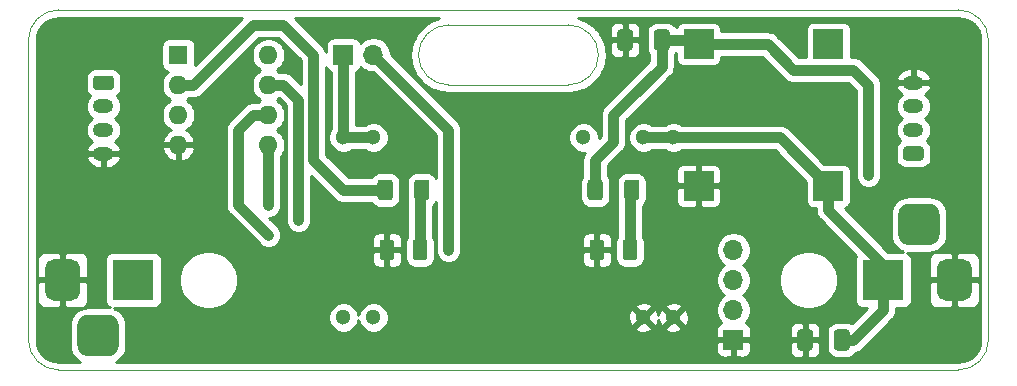
<source format=gbr>
From 54c117b6e8d65e9955a93de95a62e0f9ede7935c Mon Sep 17 00:00:00 2001
From: Blaise Thompson <blaise@untzag.com>
Date: Sun, 24 Jan 2021 22:27:03 -0600
Subject: digital driver prototype

---
 digital-driver/gerber/driver-F_Cu.gbr | 5394 +++++++++++++++++++++++++++++++++
 1 file changed, 5394 insertions(+)
 create mode 100644 digital-driver/gerber/driver-F_Cu.gbr

(limited to 'digital-driver/gerber/driver-F_Cu.gbr')

diff --git a/digital-driver/gerber/driver-F_Cu.gbr b/digital-driver/gerber/driver-F_Cu.gbr
new file mode 100644
index 0000000..d166d21
--- /dev/null
+++ b/digital-driver/gerber/driver-F_Cu.gbr
@@ -0,0 +1,5394 @@
+%TF.GenerationSoftware,KiCad,Pcbnew,5.1.9+dfsg1-1*%
+%TF.CreationDate,2021-01-24T22:19:11-06:00*%
+%TF.ProjectId,driver,64726976-6572-42e6-9b69-6361645f7063,1.0.0*%
+%TF.SameCoordinates,Original*%
+%TF.FileFunction,Copper,L1,Top*%
+%TF.FilePolarity,Positive*%
+%FSLAX46Y46*%
+G04 Gerber Fmt 4.6, Leading zero omitted, Abs format (unit mm)*
+G04 Created by KiCad (PCBNEW 5.1.9+dfsg1-1) date 2021-01-24 22:19:11*
+%MOMM*%
+%LPD*%
+G01*
+G04 APERTURE LIST*
+%TA.AperFunction,Profile*%
+%ADD10C,0.100000*%
+%TD*%
+%TA.AperFunction,SMDPad,CuDef*%
+%ADD11R,2.500000X2.500000*%
+%TD*%
+%TA.AperFunction,ComponentPad*%
+%ADD12O,1.750000X1.200000*%
+%TD*%
+%TA.AperFunction,ComponentPad*%
+%ADD13C,1.300000*%
+%TD*%
+%TA.AperFunction,ComponentPad*%
+%ADD14R,3.500000X3.500000*%
+%TD*%
+%TA.AperFunction,ComponentPad*%
+%ADD15O,1.600000X1.600000*%
+%TD*%
+%TA.AperFunction,ComponentPad*%
+%ADD16R,1.600000X1.600000*%
+%TD*%
+%TA.AperFunction,ComponentPad*%
+%ADD17O,1.700000X1.700000*%
+%TD*%
+%TA.AperFunction,ComponentPad*%
+%ADD18R,1.700000X1.700000*%
+%TD*%
+%TA.AperFunction,ViaPad*%
+%ADD19C,0.800000*%
+%TD*%
+%TA.AperFunction,Conductor*%
+%ADD20C,0.889000*%
+%TD*%
+%TA.AperFunction,Conductor*%
+%ADD21C,0.254000*%
+%TD*%
+%TA.AperFunction,Conductor*%
+%ADD22C,0.100000*%
+%TD*%
+G04 APERTURE END LIST*
+D10*
+X121920000Y-85090000D02*
+G75*
+G02*
+X119380000Y-82550000I0J2540000D01*
+G01*
+X165100000Y-78740000D02*
+X88900000Y-78740000D01*
+X119380000Y-82550000D02*
+G75*
+G02*
+X121920000Y-80010000I2540000J0D01*
+G01*
+X132080000Y-80010000D02*
+G75*
+G02*
+X134620000Y-82550000I0J-2540000D01*
+G01*
+X134620000Y-82550000D02*
+G75*
+G02*
+X132080000Y-85090000I-2540000J0D01*
+G01*
+X132080000Y-80010000D02*
+X121920000Y-80010000D01*
+X132080000Y-85090000D02*
+X121920000Y-85090000D01*
+X165100000Y-109220000D02*
+X88900000Y-109220000D01*
+X86360000Y-81280000D02*
+X86360000Y-106680000D01*
+X167640000Y-106680000D02*
+X167640000Y-81280000D01*
+X86360000Y-81280000D02*
+G75*
+G02*
+X88900000Y-78740000I2540000J0D01*
+G01*
+X88900000Y-109220000D02*
+G75*
+G02*
+X86360000Y-106680000I0J2540000D01*
+G01*
+X167640000Y-106680000D02*
+G75*
+G02*
+X165100000Y-109220000I-2540000J0D01*
+G01*
+X165100000Y-78740000D02*
+G75*
+G02*
+X167640000Y-81280000I0J-2540000D01*
+G01*
+D11*
+%TO.P,PS1,4*%
+%TO.N,Net-(PS1-Pad4)*%
+X154090000Y-81630000D03*
+%TO.P,PS1,3*%
+%TO.N,+5V*%
+X143090000Y-81630000D03*
+%TO.P,PS1,2*%
+%TO.N,GND*%
+X143090000Y-93630000D03*
+%TO.P,PS1,1*%
+%TO.N,+12V*%
+X154090000Y-93630000D03*
+%TD*%
+D12*
+%TO.P,J1,4*%
+%TO.N,GND*%
+X161290000Y-84900000D03*
+%TO.P,J1,3*%
+%TO.N,Net-(J1-Pad3)*%
+X161290000Y-86900000D03*
+%TO.P,J1,2*%
+%TO.N,SDA*%
+X161290000Y-88900000D03*
+%TO.P,J1,1*%
+%TO.N,SCL*%
+%TA.AperFunction,ComponentPad*%
+G36*
+G01*
+X161915001Y-91500000D02*
+X160664999Y-91500000D01*
+G75*
+G02*
+X160415000Y-91250001I0J249999D01*
+G01*
+X160415000Y-90549999D01*
+G75*
+G02*
+X160664999Y-90300000I249999J0D01*
+G01*
+X161915001Y-90300000D01*
+G75*
+G02*
+X162165000Y-90549999I0J-249999D01*
+G01*
+X162165000Y-91250001D01*
+G75*
+G02*
+X161915001Y-91500000I-249999J0D01*
+G01*
+G37*
+%TD.AperFunction*%
+%TD*%
+%TO.P,R5,2*%
+%TO.N,Net-(D1-Pad2)*%
+%TA.AperFunction,SMDPad,CuDef*%
+G36*
+G01*
+X136790000Y-94605000D02*
+X136790000Y-93355000D01*
+G75*
+G02*
+X137040000Y-93105000I250000J0D01*
+G01*
+X137840000Y-93105000D01*
+G75*
+G02*
+X138090000Y-93355000I0J-250000D01*
+G01*
+X138090000Y-94605000D01*
+G75*
+G02*
+X137840000Y-94855000I-250000J0D01*
+G01*
+X137040000Y-94855000D01*
+G75*
+G02*
+X136790000Y-94605000I0J250000D01*
+G01*
+G37*
+%TD.AperFunction*%
+%TO.P,R5,1*%
+%TO.N,+5V*%
+%TA.AperFunction,SMDPad,CuDef*%
+G36*
+G01*
+X133690000Y-94605000D02*
+X133690000Y-93355000D01*
+G75*
+G02*
+X133940000Y-93105000I250000J0D01*
+G01*
+X134740000Y-93105000D01*
+G75*
+G02*
+X134990000Y-93355000I0J-250000D01*
+G01*
+X134990000Y-94605000D01*
+G75*
+G02*
+X134740000Y-94855000I-250000J0D01*
+G01*
+X133940000Y-94855000D01*
+G75*
+G02*
+X133690000Y-94605000I0J250000D01*
+G01*
+G37*
+%TD.AperFunction*%
+%TD*%
+%TO.P,R2,2*%
+%TO.N,Net-(D2-Pad2)*%
+%TA.AperFunction,SMDPad,CuDef*%
+G36*
+G01*
+X119010000Y-94605000D02*
+X119010000Y-93355000D01*
+G75*
+G02*
+X119260000Y-93105000I250000J0D01*
+G01*
+X120060000Y-93105000D01*
+G75*
+G02*
+X120310000Y-93355000I0J-250000D01*
+G01*
+X120310000Y-94605000D01*
+G75*
+G02*
+X120060000Y-94855000I-250000J0D01*
+G01*
+X119260000Y-94855000D01*
+G75*
+G02*
+X119010000Y-94605000I0J250000D01*
+G01*
+G37*
+%TD.AperFunction*%
+%TO.P,R2,1*%
+%TO.N,INDICATOR*%
+%TA.AperFunction,SMDPad,CuDef*%
+G36*
+G01*
+X115910000Y-94605000D02*
+X115910000Y-93355000D01*
+G75*
+G02*
+X116160000Y-93105000I250000J0D01*
+G01*
+X116960000Y-93105000D01*
+G75*
+G02*
+X117210000Y-93355000I0J-250000D01*
+G01*
+X117210000Y-94605000D01*
+G75*
+G02*
+X116960000Y-94855000I-250000J0D01*
+G01*
+X116160000Y-94855000D01*
+G75*
+G02*
+X115910000Y-94605000I0J250000D01*
+G01*
+G37*
+%TD.AperFunction*%
+%TD*%
+%TO.P,C3,2*%
+%TO.N,GND*%
+%TA.AperFunction,SMDPad,CuDef*%
+G36*
+G01*
+X137530000Y-80629999D02*
+X137530000Y-81930001D01*
+G75*
+G02*
+X137280001Y-82180000I-249999J0D01*
+G01*
+X136454999Y-82180000D01*
+G75*
+G02*
+X136205000Y-81930001I0J249999D01*
+G01*
+X136205000Y-80629999D01*
+G75*
+G02*
+X136454999Y-80380000I249999J0D01*
+G01*
+X137280001Y-80380000D01*
+G75*
+G02*
+X137530000Y-80629999I0J-249999D01*
+G01*
+G37*
+%TD.AperFunction*%
+%TO.P,C3,1*%
+%TO.N,+5V*%
+%TA.AperFunction,SMDPad,CuDef*%
+G36*
+G01*
+X140655000Y-80629999D02*
+X140655000Y-81930001D01*
+G75*
+G02*
+X140405001Y-82180000I-249999J0D01*
+G01*
+X139579999Y-82180000D01*
+G75*
+G02*
+X139330000Y-81930001I0J249999D01*
+G01*
+X139330000Y-80629999D01*
+G75*
+G02*
+X139579999Y-80380000I249999J0D01*
+G01*
+X140405001Y-80380000D01*
+G75*
+G02*
+X140655000Y-80629999I0J-249999D01*
+G01*
+G37*
+%TD.AperFunction*%
+%TD*%
+%TO.P,C2,2*%
+%TO.N,+12V*%
+%TA.AperFunction,SMDPad,CuDef*%
+G36*
+G01*
+X154570000Y-107330001D02*
+X154570000Y-106029999D01*
+G75*
+G02*
+X154819999Y-105780000I249999J0D01*
+G01*
+X155645001Y-105780000D01*
+G75*
+G02*
+X155895000Y-106029999I0J-249999D01*
+G01*
+X155895000Y-107330001D01*
+G75*
+G02*
+X155645001Y-107580000I-249999J0D01*
+G01*
+X154819999Y-107580000D01*
+G75*
+G02*
+X154570000Y-107330001I0J249999D01*
+G01*
+G37*
+%TD.AperFunction*%
+%TO.P,C2,1*%
+%TO.N,GND*%
+%TA.AperFunction,SMDPad,CuDef*%
+G36*
+G01*
+X151445000Y-107330001D02*
+X151445000Y-106029999D01*
+G75*
+G02*
+X151694999Y-105780000I249999J0D01*
+G01*
+X152520001Y-105780000D01*
+G75*
+G02*
+X152770000Y-106029999I0J-249999D01*
+G01*
+X152770000Y-107330001D01*
+G75*
+G02*
+X152520001Y-107580000I-249999J0D01*
+G01*
+X151694999Y-107580000D01*
+G75*
+G02*
+X151445000Y-107330001I0J249999D01*
+G01*
+G37*
+%TD.AperFunction*%
+%TD*%
+%TO.P,D1,2*%
+%TO.N,Net-(D1-Pad2)*%
+%TA.AperFunction,SMDPad,CuDef*%
+G36*
+G01*
+X136665000Y-99685000D02*
+X136665000Y-98435000D01*
+G75*
+G02*
+X136915000Y-98185000I250000J0D01*
+G01*
+X137665000Y-98185000D01*
+G75*
+G02*
+X137915000Y-98435000I0J-250000D01*
+G01*
+X137915000Y-99685000D01*
+G75*
+G02*
+X137665000Y-99935000I-250000J0D01*
+G01*
+X136915000Y-99935000D01*
+G75*
+G02*
+X136665000Y-99685000I0J250000D01*
+G01*
+G37*
+%TD.AperFunction*%
+%TO.P,D1,1*%
+%TO.N,GND*%
+%TA.AperFunction,SMDPad,CuDef*%
+G36*
+G01*
+X133865000Y-99685000D02*
+X133865000Y-98435000D01*
+G75*
+G02*
+X134115000Y-98185000I250000J0D01*
+G01*
+X134865000Y-98185000D01*
+G75*
+G02*
+X135115000Y-98435000I0J-250000D01*
+G01*
+X135115000Y-99685000D01*
+G75*
+G02*
+X134865000Y-99935000I-250000J0D01*
+G01*
+X134115000Y-99935000D01*
+G75*
+G02*
+X133865000Y-99685000I0J250000D01*
+G01*
+G37*
+%TD.AperFunction*%
+%TD*%
+D13*
+%TO.P,J6,24*%
+%TO.N,+12V*%
+X140970000Y-89535000D03*
+%TO.P,J6,23*%
+X138430000Y-89535000D03*
+%TO.P,J6,21*%
+%TO.N,PWM_LED*%
+X133350000Y-89535000D03*
+%TO.P,J6,14*%
+%TO.N,Net-(J6-Pad13)*%
+X115570000Y-89535000D03*
+%TO.P,J6,13*%
+X113030000Y-89535000D03*
+%TO.P,J6,12*%
+%TO.N,Net-(J6-Pad11)*%
+X113030000Y-104775000D03*
+%TO.P,J6,11*%
+X115570000Y-104775000D03*
+%TO.P,J6,2*%
+%TO.N,GND*%
+X138430000Y-104775000D03*
+%TO.P,J6,1*%
+X140970000Y-104775000D03*
+%TD*%
+D14*
+%TO.P,J4,1*%
+%TO.N,+12V*%
+X95250000Y-101600000D03*
+%TO.P,J4,2*%
+%TO.N,GND*%
+%TA.AperFunction,ComponentPad*%
+G36*
+G01*
+X87750000Y-102600000D02*
+X87750000Y-100600000D01*
+G75*
+G02*
+X88500000Y-99850000I750000J0D01*
+G01*
+X90000000Y-99850000D01*
+G75*
+G02*
+X90750000Y-100600000I0J-750000D01*
+G01*
+X90750000Y-102600000D01*
+G75*
+G02*
+X90000000Y-103350000I-750000J0D01*
+G01*
+X88500000Y-103350000D01*
+G75*
+G02*
+X87750000Y-102600000I0J750000D01*
+G01*
+G37*
+%TD.AperFunction*%
+%TO.P,J4,3*%
+%TO.N,N/C*%
+%TA.AperFunction,ComponentPad*%
+G36*
+G01*
+X90500000Y-107175000D02*
+X90500000Y-105425000D01*
+G75*
+G02*
+X91375000Y-104550000I875000J0D01*
+G01*
+X93125000Y-104550000D01*
+G75*
+G02*
+X94000000Y-105425000I0J-875000D01*
+G01*
+X94000000Y-107175000D01*
+G75*
+G02*
+X93125000Y-108050000I-875000J0D01*
+G01*
+X91375000Y-108050000D01*
+G75*
+G02*
+X90500000Y-107175000I0J875000D01*
+G01*
+G37*
+%TD.AperFunction*%
+%TD*%
+%TO.P,J3,3*%
+%TO.N,N/C*%
+%TA.AperFunction,ComponentPad*%
+G36*
+G01*
+X163500000Y-96025000D02*
+X163500000Y-97775000D01*
+G75*
+G02*
+X162625000Y-98650000I-875000J0D01*
+G01*
+X160875000Y-98650000D01*
+G75*
+G02*
+X160000000Y-97775000I0J875000D01*
+G01*
+X160000000Y-96025000D01*
+G75*
+G02*
+X160875000Y-95150000I875000J0D01*
+G01*
+X162625000Y-95150000D01*
+G75*
+G02*
+X163500000Y-96025000I0J-875000D01*
+G01*
+G37*
+%TD.AperFunction*%
+%TO.P,J3,2*%
+%TO.N,GND*%
+%TA.AperFunction,ComponentPad*%
+G36*
+G01*
+X166250000Y-100600000D02*
+X166250000Y-102600000D01*
+G75*
+G02*
+X165500000Y-103350000I-750000J0D01*
+G01*
+X164000000Y-103350000D01*
+G75*
+G02*
+X163250000Y-102600000I0J750000D01*
+G01*
+X163250000Y-100600000D01*
+G75*
+G02*
+X164000000Y-99850000I750000J0D01*
+G01*
+X165500000Y-99850000D01*
+G75*
+G02*
+X166250000Y-100600000I0J-750000D01*
+G01*
+G37*
+%TD.AperFunction*%
+%TO.P,J3,1*%
+%TO.N,+12V*%
+X158750000Y-101600000D03*
+%TD*%
+%TO.P,D2,2*%
+%TO.N,Net-(D2-Pad2)*%
+%TA.AperFunction,SMDPad,CuDef*%
+G36*
+G01*
+X118885000Y-99685000D02*
+X118885000Y-98435000D01*
+G75*
+G02*
+X119135000Y-98185000I250000J0D01*
+G01*
+X119885000Y-98185000D01*
+G75*
+G02*
+X120135000Y-98435000I0J-250000D01*
+G01*
+X120135000Y-99685000D01*
+G75*
+G02*
+X119885000Y-99935000I-250000J0D01*
+G01*
+X119135000Y-99935000D01*
+G75*
+G02*
+X118885000Y-99685000I0J250000D01*
+G01*
+G37*
+%TD.AperFunction*%
+%TO.P,D2,1*%
+%TO.N,GND*%
+%TA.AperFunction,SMDPad,CuDef*%
+G36*
+G01*
+X116085000Y-99685000D02*
+X116085000Y-98435000D01*
+G75*
+G02*
+X116335000Y-98185000I250000J0D01*
+G01*
+X117085000Y-98185000D01*
+G75*
+G02*
+X117335000Y-98435000I0J-250000D01*
+G01*
+X117335000Y-99685000D01*
+G75*
+G02*
+X117085000Y-99935000I-250000J0D01*
+G01*
+X116335000Y-99935000D01*
+G75*
+G02*
+X116085000Y-99685000I0J250000D01*
+G01*
+G37*
+%TD.AperFunction*%
+%TD*%
+D12*
+%TO.P,J2,4*%
+%TO.N,GND*%
+X92710000Y-90900000D03*
+%TO.P,J2,3*%
+%TO.N,Net-(J1-Pad3)*%
+X92710000Y-88900000D03*
+%TO.P,J2,2*%
+%TO.N,SDA*%
+X92710000Y-86900000D03*
+%TO.P,J2,1*%
+%TO.N,SCL*%
+%TA.AperFunction,ComponentPad*%
+G36*
+G01*
+X92084999Y-84300000D02*
+X93335001Y-84300000D01*
+G75*
+G02*
+X93585000Y-84549999I0J-249999D01*
+G01*
+X93585000Y-85250001D01*
+G75*
+G02*
+X93335001Y-85500000I-249999J0D01*
+G01*
+X92084999Y-85500000D01*
+G75*
+G02*
+X91835000Y-85250001I0J249999D01*
+G01*
+X91835000Y-84549999D01*
+G75*
+G02*
+X92084999Y-84300000I249999J0D01*
+G01*
+G37*
+%TD.AperFunction*%
+%TD*%
+D15*
+%TO.P,U1,8*%
+%TO.N,+5V*%
+X106680000Y-82550000D03*
+%TO.P,U1,4*%
+%TO.N,GND*%
+X99060000Y-90170000D03*
+%TO.P,U1,7*%
+%TO.N,SCL*%
+X106680000Y-85090000D03*
+%TO.P,U1,3*%
+%TO.N,PWM_LED*%
+X99060000Y-87630000D03*
+%TO.P,U1,6*%
+%TO.N,PWM_FAN*%
+X106680000Y-87630000D03*
+%TO.P,U1,2*%
+%TO.N,INDICATOR*%
+X99060000Y-85090000D03*
+%TO.P,U1,5*%
+%TO.N,SDA*%
+X106680000Y-90170000D03*
+D16*
+%TO.P,U1,1*%
+%TO.N,Net-(R3-Pad2)*%
+X99060000Y-82550000D03*
+%TD*%
+D17*
+%TO.P,J5,4*%
+%TO.N,PWM_FAN*%
+X146050000Y-99060000D03*
+%TO.P,J5,3*%
+%TO.N,Net-(J5-Pad3)*%
+X146050000Y-101600000D03*
+%TO.P,J5,2*%
+%TO.N,+12V*%
+X146050000Y-104140000D03*
+D18*
+%TO.P,J5,1*%
+%TO.N,GND*%
+X146050000Y-106680000D03*
+%TD*%
+%TO.P,J7,1*%
+%TO.N,Net-(J6-Pad13)*%
+X113030000Y-82550000D03*
+D17*
+%TO.P,J7,2*%
+%TO.N,Net-(J6-Pad11)*%
+X115570000Y-82550000D03*
+%TD*%
+D19*
+%TO.N,+5V*%
+X135890000Y-87630000D03*
+X157480000Y-92710000D03*
+X157480000Y-85090000D03*
+%TO.N,SDA*%
+X106680000Y-95250000D03*
+%TO.N,SCL*%
+X109220000Y-96520000D03*
+%TO.N,PWM_FAN*%
+X106680000Y-97790000D03*
+%TO.N,Net-(J6-Pad11)*%
+X121920000Y-99060000D03*
+%TD*%
+D20*
+%TO.N,+12V*%
+X158750000Y-101600000D02*
+X158750000Y-102870000D01*
+X155232500Y-106680000D02*
+X156210000Y-106680000D01*
+X158750000Y-104140000D02*
+X158750000Y-101600000D01*
+X156210000Y-106680000D02*
+X158750000Y-104140000D01*
+X154090000Y-93630000D02*
+X154090000Y-95670000D01*
+X158750000Y-100330000D02*
+X158750000Y-101600000D01*
+X154090000Y-95670000D02*
+X158750000Y-100330000D01*
+X138430000Y-89535000D02*
+X140970000Y-89535000D01*
+X149995000Y-89535000D02*
+X154090000Y-93630000D01*
+X140970000Y-89535000D02*
+X149995000Y-89535000D01*
+%TO.N,+5V*%
+X142740000Y-81280000D02*
+X143090000Y-81630000D01*
+X139992500Y-81280000D02*
+X142740000Y-81280000D01*
+X139992500Y-83527500D02*
+X139992500Y-81280000D01*
+X135890000Y-89891258D02*
+X135890000Y-87630000D01*
+X134340000Y-91441258D02*
+X135890000Y-89891258D01*
+X134340000Y-93980000D02*
+X134340000Y-91441258D01*
+X135890000Y-87630000D02*
+X137160000Y-86360000D01*
+X137160000Y-86360000D02*
+X139992500Y-83527500D01*
+X143090000Y-81630000D02*
+X147670000Y-81630000D01*
+X147670000Y-81630000D02*
+X148940000Y-81630000D01*
+X148940000Y-81630000D02*
+X151130000Y-83820000D01*
+X151130000Y-83820000D02*
+X156210000Y-83820000D01*
+X156210000Y-83820000D02*
+X157480000Y-85090000D01*
+X157480000Y-85090000D02*
+X157480000Y-92710000D01*
+%TO.N,SDA*%
+X106680000Y-90170000D02*
+X106680000Y-95250000D01*
+%TO.N,SCL*%
+X106680000Y-85090000D02*
+X107950000Y-85090000D01*
+X109220000Y-86360000D02*
+X109220000Y-96520000D01*
+X107950000Y-85090000D02*
+X109220000Y-86360000D01*
+%TO.N,PWM_FAN*%
+X106680000Y-87630000D02*
+X105410000Y-87630000D01*
+X105410000Y-87630000D02*
+X104140000Y-88900000D01*
+X104140000Y-88900000D02*
+X104140000Y-95250000D01*
+X104140000Y-95250000D02*
+X106680000Y-97790000D01*
+%TO.N,INDICATOR*%
+X100330000Y-85090000D02*
+X99060000Y-85090000D01*
+X105410000Y-80010000D02*
+X100330000Y-85090000D01*
+X107950000Y-80010000D02*
+X105410000Y-80010000D01*
+X110490000Y-91440000D02*
+X110490000Y-82550000D01*
+X113030000Y-93980000D02*
+X110490000Y-91440000D01*
+X110490000Y-82550000D02*
+X107950000Y-80010000D01*
+X116560000Y-93980000D02*
+X113030000Y-93980000D01*
+%TO.N,Net-(D1-Pad2)*%
+X137290000Y-94130000D02*
+X137440000Y-93980000D01*
+X137290000Y-99060000D02*
+X137290000Y-94130000D01*
+%TO.N,Net-(D2-Pad2)*%
+X119510000Y-94130000D02*
+X119660000Y-93980000D01*
+X119510000Y-99060000D02*
+X119510000Y-94130000D01*
+%TO.N,Net-(J6-Pad13)*%
+X115570000Y-89535000D02*
+X113030000Y-89535000D01*
+X113030000Y-82550000D02*
+X113030000Y-89535000D01*
+%TO.N,Net-(J6-Pad11)*%
+X115570000Y-82550000D02*
+X121920000Y-88900000D01*
+X121920000Y-88900000D02*
+X121920000Y-99060000D01*
+%TD*%
+D21*
+%TO.N,GND*%
+X100493125Y-83400233D02*
+X100498072Y-83350000D01*
+X100498072Y-81750000D01*
+X100485812Y-81625518D01*
+X100449502Y-81505820D01*
+X100390537Y-81395506D01*
+X100311185Y-81298815D01*
+X100214494Y-81219463D01*
+X100104180Y-81160498D01*
+X99984482Y-81124188D01*
+X99860000Y-81111928D01*
+X98260000Y-81111928D01*
+X98135518Y-81124188D01*
+X98015820Y-81160498D01*
+X97905506Y-81219463D01*
+X97808815Y-81298815D01*
+X97729463Y-81395506D01*
+X97670498Y-81505820D01*
+X97634188Y-81625518D01*
+X97621928Y-81750000D01*
+X97621928Y-83350000D01*
+X97634188Y-83474482D01*
+X97670498Y-83594180D01*
+X97729463Y-83704494D01*
+X97808815Y-83801185D01*
+X97905506Y-83880537D01*
+X98015820Y-83939502D01*
+X98135518Y-83975812D01*
+X98143961Y-83976643D01*
+X97945363Y-84175241D01*
+X97788320Y-84410273D01*
+X97680147Y-84671426D01*
+X97625000Y-84948665D01*
+X97625000Y-85231335D01*
+X97680147Y-85508574D01*
+X97788320Y-85769727D01*
+X97945363Y-86004759D01*
+X98145241Y-86204637D01*
+X98377759Y-86360000D01*
+X98145241Y-86515363D01*
+X97945363Y-86715241D01*
+X97788320Y-86950273D01*
+X97680147Y-87211426D01*
+X97625000Y-87488665D01*
+X97625000Y-87771335D01*
+X97680147Y-88048574D01*
+X97788320Y-88309727D01*
+X97945363Y-88544759D01*
+X98145241Y-88744637D01*
+X98380273Y-88901680D01*
+X98390865Y-88906067D01*
+X98204869Y-89017615D01*
+X97996481Y-89206586D01*
+X97828963Y-89432580D01*
+X97708754Y-89686913D01*
+X97668096Y-89820961D01*
+X97790085Y-90043000D01*
+X98933000Y-90043000D01*
+X98933000Y-90023000D01*
+X99187000Y-90023000D01*
+X99187000Y-90043000D01*
+X100329915Y-90043000D01*
+X100451904Y-89820961D01*
+X100411246Y-89686913D01*
+X100291037Y-89432580D01*
+X100123519Y-89206586D01*
+X99915131Y-89017615D01*
+X99729135Y-88906067D01*
+X99739727Y-88901680D01*
+X99974759Y-88744637D01*
+X100174637Y-88544759D01*
+X100331680Y-88309727D01*
+X100439853Y-88048574D01*
+X100495000Y-87771335D01*
+X100495000Y-87488665D01*
+X100439853Y-87211426D01*
+X100331680Y-86950273D01*
+X100174637Y-86715241D01*
+X99974759Y-86515363D01*
+X99742241Y-86360000D01*
+X99974759Y-86204637D01*
+X100009896Y-86169500D01*
+X100276971Y-86169500D01*
+X100330000Y-86174723D01*
+X100383029Y-86169500D01*
+X100541619Y-86153880D01*
+X100745106Y-86092153D01*
+X100932640Y-85991914D01*
+X101097015Y-85857015D01*
+X101130827Y-85815815D01*
+X105857144Y-81089500D01*
+X107502858Y-81089500D01*
+X109410501Y-82997144D01*
+X109410501Y-85023858D01*
+X108750826Y-84364184D01*
+X108717015Y-84322985D01*
+X108552640Y-84188086D01*
+X108365106Y-84087847D01*
+X108161619Y-84026120D01*
+X108003029Y-84010500D01*
+X107950000Y-84005277D01*
+X107896971Y-84010500D01*
+X107629896Y-84010500D01*
+X107594759Y-83975363D01*
+X107362241Y-83820000D01*
+X107594759Y-83664637D01*
+X107794637Y-83464759D01*
+X107951680Y-83229727D01*
+X108059853Y-82968574D01*
+X108115000Y-82691335D01*
+X108115000Y-82408665D01*
+X108059853Y-82131426D01*
+X107951680Y-81870273D01*
+X107794637Y-81635241D01*
+X107594759Y-81435363D01*
+X107359727Y-81278320D01*
+X107098574Y-81170147D01*
+X106821335Y-81115000D01*
+X106538665Y-81115000D01*
+X106261426Y-81170147D01*
+X106000273Y-81278320D01*
+X105765241Y-81435363D01*
+X105565363Y-81635241D01*
+X105408320Y-81870273D01*
+X105300147Y-82131426D01*
+X105245000Y-82408665D01*
+X105245000Y-82691335D01*
+X105300147Y-82968574D01*
+X105408320Y-83229727D01*
+X105565363Y-83464759D01*
+X105765241Y-83664637D01*
+X105997759Y-83820000D01*
+X105765241Y-83975363D01*
+X105565363Y-84175241D01*
+X105408320Y-84410273D01*
+X105300147Y-84671426D01*
+X105245000Y-84948665D01*
+X105245000Y-85231335D01*
+X105300147Y-85508574D01*
+X105408320Y-85769727D01*
+X105565363Y-86004759D01*
+X105765241Y-86204637D01*
+X105997759Y-86360000D01*
+X105765241Y-86515363D01*
+X105730104Y-86550500D01*
+X105463021Y-86550500D01*
+X105409999Y-86545278D01*
+X105356978Y-86550500D01*
+X105356971Y-86550500D01*
+X105198381Y-86566120D01*
+X104994894Y-86627847D01*
+X104807360Y-86728086D01*
+X104642985Y-86862985D01*
+X104609178Y-86904179D01*
+X103414184Y-88099174D01*
+X103372985Y-88132985D01*
+X103238086Y-88297360D01*
+X103137847Y-88484895D01*
+X103118946Y-88547205D01*
+X103076120Y-88688382D01*
+X103055277Y-88900000D01*
+X103060500Y-88953029D01*
+X103060501Y-95196961D01*
+X103055277Y-95250000D01*
+X103076120Y-95461618D01*
+X103118946Y-95602795D01*
+X103137848Y-95665106D01*
+X103238087Y-95852640D01*
+X103372986Y-96017015D01*
+X103414180Y-96050822D01*
+X105954175Y-98590818D01*
+X106077360Y-98691913D01*
+X106264894Y-98792153D01*
+X106468381Y-98853880D01*
+X106679999Y-98874722D01*
+X106891618Y-98853880D01*
+X107095104Y-98792153D01*
+X107282639Y-98691913D01*
+X107447014Y-98557014D01*
+X107581913Y-98392639D01*
+X107682153Y-98205104D01*
+X107688251Y-98185000D01*
+X115446928Y-98185000D01*
+X115450000Y-98774250D01*
+X115608750Y-98933000D01*
+X116583000Y-98933000D01*
+X116583000Y-97708750D01*
+X116837000Y-97708750D01*
+X116837000Y-98933000D01*
+X117811250Y-98933000D01*
+X117970000Y-98774250D01*
+X117973072Y-98185000D01*
+X117960812Y-98060518D01*
+X117924502Y-97940820D01*
+X117865537Y-97830506D01*
+X117786185Y-97733815D01*
+X117689494Y-97654463D01*
+X117579180Y-97595498D01*
+X117459482Y-97559188D01*
+X117335000Y-97546928D01*
+X116995750Y-97550000D01*
+X116837000Y-97708750D01*
+X116583000Y-97708750D01*
+X116424250Y-97550000D01*
+X116085000Y-97546928D01*
+X115960518Y-97559188D01*
+X115840820Y-97595498D01*
+X115730506Y-97654463D01*
+X115633815Y-97733815D01*
+X115554463Y-97830506D01*
+X115495498Y-97940820D01*
+X115459188Y-98060518D01*
+X115446928Y-98185000D01*
+X107688251Y-98185000D01*
+X107743880Y-98001618D01*
+X107764722Y-97789999D01*
+X107743880Y-97578381D01*
+X107682153Y-97374894D01*
+X107581913Y-97187360D01*
+X107480818Y-97064175D01*
+X106744967Y-96328324D01*
+X106891619Y-96313880D01*
+X107095106Y-96252153D01*
+X107282640Y-96151914D01*
+X107447015Y-96017015D01*
+X107581914Y-95852640D01*
+X107682153Y-95665106D01*
+X107743880Y-95461619D01*
+X107759500Y-95303029D01*
+X107759500Y-91119896D01*
+X107794637Y-91084759D01*
+X107951680Y-90849727D01*
+X108059853Y-90588574D01*
+X108115000Y-90311335D01*
+X108115000Y-90028665D01*
+X108059853Y-89751426D01*
+X107951680Y-89490273D01*
+X107794637Y-89255241D01*
+X107594759Y-89055363D01*
+X107362241Y-88900000D01*
+X107594759Y-88744637D01*
+X107794637Y-88544759D01*
+X107951680Y-88309727D01*
+X108059853Y-88048574D01*
+X108115000Y-87771335D01*
+X108115000Y-87488665D01*
+X108059853Y-87211426D01*
+X107951680Y-86950273D01*
+X107794637Y-86715241D01*
+X107594759Y-86515363D01*
+X107362241Y-86360000D01*
+X107560731Y-86227374D01*
+X108140500Y-86807143D01*
+X108140501Y-96573029D01*
+X108156121Y-96731619D01*
+X108217848Y-96935106D01*
+X108318087Y-97122640D01*
+X108452986Y-97287015D01*
+X108617361Y-97421914D01*
+X108804895Y-97522153D01*
+X109008382Y-97583880D01*
+X109220000Y-97604723D01*
+X109431619Y-97583880D01*
+X109635106Y-97522153D01*
+X109822640Y-97421914D01*
+X109987015Y-97287015D01*
+X110121914Y-97122640D01*
+X110222153Y-96935106D01*
+X110283880Y-96731619D01*
+X110299500Y-96573029D01*
+X110299500Y-92776142D01*
+X112229178Y-94705821D01*
+X112262985Y-94747015D01*
+X112427360Y-94881914D01*
+X112614894Y-94982153D01*
+X112818381Y-95043880D01*
+X112976971Y-95059500D01*
+X112976978Y-95059500D01*
+X113029999Y-95064722D01*
+X113083021Y-95059500D01*
+X115400810Y-95059500D01*
+X115421595Y-95098386D01*
+X115532038Y-95232962D01*
+X115666614Y-95343405D01*
+X115820150Y-95425472D01*
+X115986746Y-95476008D01*
+X116160000Y-95493072D01*
+X116960000Y-95493072D01*
+X117133254Y-95476008D01*
+X117299850Y-95425472D01*
+X117453386Y-95343405D01*
+X117587962Y-95232962D01*
+X117698405Y-95098386D01*
+X117780472Y-94944850D01*
+X117831008Y-94778254D01*
+X117848072Y-94605000D01*
+X117848072Y-93355000D01*
+X117831008Y-93181746D01*
+X117780472Y-93015150D01*
+X117698405Y-92861614D01*
+X117587962Y-92727038D01*
+X117453386Y-92616595D01*
+X117299850Y-92534528D01*
+X117133254Y-92483992D01*
+X116960000Y-92466928D01*
+X116160000Y-92466928D01*
+X115986746Y-92483992D01*
+X115820150Y-92534528D01*
+X115666614Y-92616595D01*
+X115532038Y-92727038D01*
+X115421595Y-92861614D01*
+X115400810Y-92900500D01*
+X113477143Y-92900500D01*
+X111569500Y-90992858D01*
+X111569500Y-83574959D01*
+X111590498Y-83644180D01*
+X111649463Y-83754494D01*
+X111728815Y-83851185D01*
+X111825506Y-83930537D01*
+X111935820Y-83989502D01*
+X111950500Y-83993955D01*
+X111950501Y-88837645D01*
+X111891247Y-88926324D01*
+X111794381Y-89160179D01*
+X111745000Y-89408439D01*
+X111745000Y-89661561D01*
+X111794381Y-89909821D01*
+X111891247Y-90143676D01*
+X112031875Y-90354140D01*
+X112210860Y-90533125D01*
+X112421324Y-90673753D01*
+X112655179Y-90770619D01*
+X112903439Y-90820000D01*
+X113156561Y-90820000D01*
+X113404821Y-90770619D01*
+X113638676Y-90673753D01*
+X113727354Y-90614500D01*
+X114872646Y-90614500D01*
+X114961324Y-90673753D01*
+X115195179Y-90770619D01*
+X115443439Y-90820000D01*
+X115696561Y-90820000D01*
+X115944821Y-90770619D01*
+X116178676Y-90673753D01*
+X116389140Y-90533125D01*
+X116568125Y-90354140D01*
+X116708753Y-90143676D01*
+X116805619Y-89909821D01*
+X116855000Y-89661561D01*
+X116855000Y-89408439D01*
+X116805619Y-89160179D01*
+X116708753Y-88926324D01*
+X116568125Y-88715860D01*
+X116389140Y-88536875D01*
+X116178676Y-88396247D01*
+X115944821Y-88299381D01*
+X115696561Y-88250000D01*
+X115443439Y-88250000D01*
+X115195179Y-88299381D01*
+X114961324Y-88396247D01*
+X114872646Y-88455500D01*
+X114109500Y-88455500D01*
+X114109500Y-83993955D01*
+X114124180Y-83989502D01*
+X114234494Y-83930537D01*
+X114331185Y-83851185D01*
+X114410537Y-83754494D01*
+X114469502Y-83644180D01*
+X114491513Y-83571620D01*
+X114623368Y-83703475D01*
+X114866589Y-83865990D01*
+X115136842Y-83977932D01*
+X115423740Y-84035000D01*
+X115528358Y-84035000D01*
+X120840500Y-89347143D01*
+X120840500Y-92940369D01*
+X120798405Y-92861614D01*
+X120687962Y-92727038D01*
+X120553386Y-92616595D01*
+X120399850Y-92534528D01*
+X120233254Y-92483992D01*
+X120060000Y-92466928D01*
+X119260000Y-92466928D01*
+X119086746Y-92483992D01*
+X118920150Y-92534528D01*
+X118766614Y-92616595D01*
+X118632038Y-92727038D01*
+X118521595Y-92861614D01*
+X118439528Y-93015150D01*
+X118388992Y-93181746D01*
+X118371928Y-93355000D01*
+X118371928Y-94605000D01*
+X118388992Y-94778254D01*
+X118430501Y-94915091D01*
+X118430500Y-97900300D01*
+X118396595Y-97941614D01*
+X118314528Y-98095150D01*
+X118263992Y-98261746D01*
+X118246928Y-98435000D01*
+X118246928Y-99685000D01*
+X118263992Y-99858254D01*
+X118314528Y-100024850D01*
+X118396595Y-100178386D01*
+X118507038Y-100312962D01*
+X118641614Y-100423405D01*
+X118795150Y-100505472D01*
+X118961746Y-100556008D01*
+X119135000Y-100573072D01*
+X119885000Y-100573072D01*
+X120058254Y-100556008D01*
+X120224850Y-100505472D01*
+X120378386Y-100423405D01*
+X120512962Y-100312962D01*
+X120623405Y-100178386D01*
+X120705472Y-100024850D01*
+X120756008Y-99858254D01*
+X120773072Y-99685000D01*
+X120773072Y-98435000D01*
+X120756008Y-98261746D01*
+X120705472Y-98095150D01*
+X120623405Y-97941614D01*
+X120589500Y-97900300D01*
+X120589500Y-95313767D01*
+X120687962Y-95232962D01*
+X120798405Y-95098386D01*
+X120840501Y-95019631D01*
+X120840501Y-99113029D01*
+X120856121Y-99271619D01*
+X120917848Y-99475106D01*
+X121018087Y-99662640D01*
+X121152986Y-99827015D01*
+X121317361Y-99961914D01*
+X121504895Y-100062153D01*
+X121708382Y-100123880D01*
+X121920000Y-100144723D01*
+X122131619Y-100123880D01*
+X122335106Y-100062153D01*
+X122522640Y-99961914D01*
+X122555434Y-99935000D01*
+X133226928Y-99935000D01*
+X133239188Y-100059482D01*
+X133275498Y-100179180D01*
+X133334463Y-100289494D01*
+X133413815Y-100386185D01*
+X133510506Y-100465537D01*
+X133620820Y-100524502D01*
+X133740518Y-100560812D01*
+X133865000Y-100573072D01*
+X134204250Y-100570000D01*
+X134363000Y-100411250D01*
+X134363000Y-99187000D01*
+X134617000Y-99187000D01*
+X134617000Y-100411250D01*
+X134775750Y-100570000D01*
+X135115000Y-100573072D01*
+X135239482Y-100560812D01*
+X135359180Y-100524502D01*
+X135469494Y-100465537D01*
+X135566185Y-100386185D01*
+X135645537Y-100289494D01*
+X135704502Y-100179180D01*
+X135740812Y-100059482D01*
+X135753072Y-99935000D01*
+X135750000Y-99345750D01*
+X135591250Y-99187000D01*
+X134617000Y-99187000D01*
+X134363000Y-99187000D01*
+X133388750Y-99187000D01*
+X133230000Y-99345750D01*
+X133226928Y-99935000D01*
+X122555434Y-99935000D01*
+X122687015Y-99827015D01*
+X122821914Y-99662640D01*
+X122922153Y-99475106D01*
+X122983880Y-99271619D01*
+X122999500Y-99113029D01*
+X122999500Y-98185000D01*
+X133226928Y-98185000D01*
+X133230000Y-98774250D01*
+X133388750Y-98933000D01*
+X134363000Y-98933000D01*
+X134363000Y-97708750D01*
+X134617000Y-97708750D01*
+X134617000Y-98933000D01*
+X135591250Y-98933000D01*
+X135750000Y-98774250D01*
+X135751768Y-98435000D01*
+X136026928Y-98435000D01*
+X136026928Y-99685000D01*
+X136043992Y-99858254D01*
+X136094528Y-100024850D01*
+X136176595Y-100178386D01*
+X136287038Y-100312962D01*
+X136421614Y-100423405D01*
+X136575150Y-100505472D01*
+X136741746Y-100556008D01*
+X136915000Y-100573072D01*
+X137665000Y-100573072D01*
+X137838254Y-100556008D01*
+X138004850Y-100505472D01*
+X138158386Y-100423405D01*
+X138292962Y-100312962D01*
+X138403405Y-100178386D01*
+X138485472Y-100024850D01*
+X138536008Y-99858254D01*
+X138553072Y-99685000D01*
+X138553072Y-98435000D01*
+X138536008Y-98261746D01*
+X138485472Y-98095150D01*
+X138403405Y-97941614D01*
+X138369500Y-97900300D01*
+X138369500Y-95313767D01*
+X138467962Y-95232962D01*
+X138578405Y-95098386D01*
+X138660472Y-94944850D01*
+X138680143Y-94880000D01*
+X141201928Y-94880000D01*
+X141214188Y-95004482D01*
+X141250498Y-95124180D01*
+X141309463Y-95234494D01*
+X141388815Y-95331185D01*
+X141485506Y-95410537D01*
+X141595820Y-95469502D01*
+X141715518Y-95505812D01*
+X141840000Y-95518072D01*
+X142804250Y-95515000D01*
+X142963000Y-95356250D01*
+X142963000Y-93757000D01*
+X143217000Y-93757000D01*
+X143217000Y-95356250D01*
+X143375750Y-95515000D01*
+X144340000Y-95518072D01*
+X144464482Y-95505812D01*
+X144584180Y-95469502D01*
+X144694494Y-95410537D01*
+X144791185Y-95331185D01*
+X144870537Y-95234494D01*
+X144929502Y-95124180D01*
+X144965812Y-95004482D01*
+X144978072Y-94880000D01*
+X144975000Y-93915750D01*
+X144816250Y-93757000D01*
+X143217000Y-93757000D01*
+X142963000Y-93757000D01*
+X141363750Y-93757000D01*
+X141205000Y-93915750D01*
+X141201928Y-94880000D01*
+X138680143Y-94880000D01*
+X138711008Y-94778254D01*
+X138728072Y-94605000D01*
+X138728072Y-93355000D01*
+X138711008Y-93181746D01*
+X138660472Y-93015150D01*
+X138578405Y-92861614D01*
+X138467962Y-92727038D01*
+X138333386Y-92616595D01*
+X138179850Y-92534528D01*
+X138013254Y-92483992D01*
+X137840000Y-92466928D01*
+X137040000Y-92466928D01*
+X136866746Y-92483992D01*
+X136700150Y-92534528D01*
+X136546614Y-92616595D01*
+X136412038Y-92727038D01*
+X136301595Y-92861614D01*
+X136219528Y-93015150D01*
+X136168992Y-93181746D01*
+X136151928Y-93355000D01*
+X136151928Y-94605000D01*
+X136168992Y-94778254D01*
+X136210501Y-94915091D01*
+X136210500Y-97900300D01*
+X136176595Y-97941614D01*
+X136094528Y-98095150D01*
+X136043992Y-98261746D01*
+X136026928Y-98435000D01*
+X135751768Y-98435000D01*
+X135753072Y-98185000D01*
+X135740812Y-98060518D01*
+X135704502Y-97940820D01*
+X135645537Y-97830506D01*
+X135566185Y-97733815D01*
+X135469494Y-97654463D01*
+X135359180Y-97595498D01*
+X135239482Y-97559188D01*
+X135115000Y-97546928D01*
+X134775750Y-97550000D01*
+X134617000Y-97708750D01*
+X134363000Y-97708750D01*
+X134204250Y-97550000D01*
+X133865000Y-97546928D01*
+X133740518Y-97559188D01*
+X133620820Y-97595498D01*
+X133510506Y-97654463D01*
+X133413815Y-97733815D01*
+X133334463Y-97830506D01*
+X133275498Y-97940820D01*
+X133239188Y-98060518D01*
+X133226928Y-98185000D01*
+X122999500Y-98185000D01*
+X122999500Y-89408439D01*
+X132065000Y-89408439D01*
+X132065000Y-89661561D01*
+X132114381Y-89909821D01*
+X132211247Y-90143676D01*
+X132351875Y-90354140D01*
+X132530860Y-90533125D01*
+X132741324Y-90673753D01*
+X132975179Y-90770619D01*
+X133223439Y-90820000D01*
+X133453366Y-90820000D01*
+X133438087Y-90838618D01*
+X133408800Y-90893411D01*
+X133337847Y-91026154D01*
+X133276120Y-91229640D01*
+X133255277Y-91441258D01*
+X133260501Y-91494297D01*
+X133260500Y-92789837D01*
+X133201595Y-92861614D01*
+X133119528Y-93015150D01*
+X133068992Y-93181746D01*
+X133051928Y-93355000D01*
+X133051928Y-94605000D01*
+X133068992Y-94778254D01*
+X133119528Y-94944850D01*
+X133201595Y-95098386D01*
+X133312038Y-95232962D01*
+X133446614Y-95343405D01*
+X133600150Y-95425472D01*
+X133766746Y-95476008D01*
+X133940000Y-95493072D01*
+X134740000Y-95493072D01*
+X134913254Y-95476008D01*
+X135079850Y-95425472D01*
+X135233386Y-95343405D01*
+X135367962Y-95232962D01*
+X135478405Y-95098386D01*
+X135560472Y-94944850D01*
+X135611008Y-94778254D01*
+X135628072Y-94605000D01*
+X135628072Y-93355000D01*
+X135611008Y-93181746D01*
+X135560472Y-93015150D01*
+X135478405Y-92861614D01*
+X135419500Y-92789838D01*
+X135419500Y-92380000D01*
+X141201928Y-92380000D01*
+X141205000Y-93344250D01*
+X141363750Y-93503000D01*
+X142963000Y-93503000D01*
+X142963000Y-91903750D01*
+X143217000Y-91903750D01*
+X143217000Y-93503000D01*
+X144816250Y-93503000D01*
+X144975000Y-93344250D01*
+X144978072Y-92380000D01*
+X144965812Y-92255518D01*
+X144929502Y-92135820D01*
+X144870537Y-92025506D01*
+X144791185Y-91928815D01*
+X144694494Y-91849463D01*
+X144584180Y-91790498D01*
+X144464482Y-91754188D01*
+X144340000Y-91741928D01*
+X143375750Y-91745000D01*
+X143217000Y-91903750D01*
+X142963000Y-91903750D01*
+X142804250Y-91745000D01*
+X141840000Y-91741928D01*
+X141715518Y-91754188D01*
+X141595820Y-91790498D01*
+X141485506Y-91849463D01*
+X141388815Y-91928815D01*
+X141309463Y-92025506D01*
+X141250498Y-92135820D01*
+X141214188Y-92255518D01*
+X141201928Y-92380000D01*
+X135419500Y-92380000D01*
+X135419500Y-91888400D01*
+X136615821Y-90692080D01*
+X136657015Y-90658273D01*
+X136791914Y-90493898D01*
+X136892153Y-90306364D01*
+X136953880Y-90102877D01*
+X136965517Y-89984723D01*
+X136974723Y-89891259D01*
+X136969500Y-89838230D01*
+X136969500Y-89408439D01*
+X137145000Y-89408439D01*
+X137145000Y-89661561D01*
+X137194381Y-89909821D01*
+X137291247Y-90143676D01*
+X137431875Y-90354140D01*
+X137610860Y-90533125D01*
+X137821324Y-90673753D01*
+X138055179Y-90770619D01*
+X138303439Y-90820000D01*
+X138556561Y-90820000D01*
+X138804821Y-90770619D01*
+X139038676Y-90673753D01*
+X139127354Y-90614500D01*
+X140272646Y-90614500D01*
+X140361324Y-90673753D01*
+X140595179Y-90770619D01*
+X140843439Y-90820000D01*
+X141096561Y-90820000D01*
+X141344821Y-90770619D01*
+X141578676Y-90673753D01*
+X141667354Y-90614500D01*
+X149547858Y-90614500D01*
+X152201928Y-93268571D01*
+X152201928Y-94880000D01*
+X152214188Y-95004482D01*
+X152250498Y-95124180D01*
+X152309463Y-95234494D01*
+X152388815Y-95331185D01*
+X152485506Y-95410537D01*
+X152595820Y-95469502D01*
+X152715518Y-95505812D01*
+X152840000Y-95518072D01*
+X153010501Y-95518072D01*
+X153010501Y-95616961D01*
+X153005277Y-95670000D01*
+X153026120Y-95881618D01*
+X153069615Y-96025000D01*
+X153087848Y-96085106D01*
+X153188087Y-96272640D01*
+X153322986Y-96437015D01*
+X153364180Y-96470822D01*
+X156441388Y-99548030D01*
+X156410498Y-99605820D01*
+X156374188Y-99725518D01*
+X156361928Y-99850000D01*
+X156361928Y-103350000D01*
+X156374188Y-103474482D01*
+X156410498Y-103594180D01*
+X156469463Y-103704494D01*
+X156548815Y-103801185D01*
+X156645506Y-103880537D01*
+X156755820Y-103939502D01*
+X156875518Y-103975812D01*
+X157000000Y-103988072D01*
+X157375285Y-103988072D01*
+X156094970Y-105268388D01*
+X155984851Y-105209528D01*
+X155818255Y-105158992D01*
+X155645001Y-105141928D01*
+X154819999Y-105141928D01*
+X154646745Y-105158992D01*
+X154480149Y-105209528D01*
+X154326613Y-105291595D01*
+X154192038Y-105402038D01*
+X154081595Y-105536613D01*
+X153999528Y-105690149D01*
+X153948992Y-105856745D01*
+X153931928Y-106029999D01*
+X153931928Y-107330001D01*
+X153948992Y-107503255D01*
+X153999528Y-107669851D01*
+X154081595Y-107823387D01*
+X154192038Y-107957962D01*
+X154326613Y-108068405D01*
+X154480149Y-108150472D01*
+X154646745Y-108201008D01*
+X154819999Y-108218072D01*
+X155645001Y-108218072D01*
+X155818255Y-108201008D01*
+X155984851Y-108150472D01*
+X156138387Y-108068405D01*
+X156272962Y-107957962D01*
+X156383405Y-107823387D01*
+X156426731Y-107742329D01*
+X156625106Y-107682153D01*
+X156812640Y-107581914D01*
+X156977015Y-107447015D01*
+X157010827Y-107405815D01*
+X159475821Y-104940822D01*
+X159517015Y-104907015D01*
+X159651914Y-104742640D01*
+X159752153Y-104555106D01*
+X159813880Y-104351619D01*
+X159829500Y-104193029D01*
+X159829500Y-104193022D01*
+X159834722Y-104140001D01*
+X159829500Y-104086979D01*
+X159829500Y-103988072D01*
+X160500000Y-103988072D01*
+X160624482Y-103975812D01*
+X160744180Y-103939502D01*
+X160854494Y-103880537D01*
+X160951185Y-103801185D01*
+X161030537Y-103704494D01*
+X161089502Y-103594180D01*
+X161125812Y-103474482D01*
+X161138072Y-103350000D01*
+X162611928Y-103350000D01*
+X162624188Y-103474482D01*
+X162660498Y-103594180D01*
+X162719463Y-103704494D01*
+X162798815Y-103801185D01*
+X162895506Y-103880537D01*
+X163005820Y-103939502D01*
+X163125518Y-103975812D01*
+X163250000Y-103988072D01*
+X164464250Y-103985000D01*
+X164623000Y-103826250D01*
+X164623000Y-101727000D01*
+X164877000Y-101727000D01*
+X164877000Y-103826250D01*
+X165035750Y-103985000D01*
+X166250000Y-103988072D01*
+X166374482Y-103975812D01*
+X166494180Y-103939502D01*
+X166604494Y-103880537D01*
+X166701185Y-103801185D01*
+X166780537Y-103704494D01*
+X166839502Y-103594180D01*
+X166875812Y-103474482D01*
+X166888072Y-103350000D01*
+X166885000Y-101885750D01*
+X166726250Y-101727000D01*
+X164877000Y-101727000D01*
+X164623000Y-101727000D01*
+X162773750Y-101727000D01*
+X162615000Y-101885750D01*
+X162611928Y-103350000D01*
+X161138072Y-103350000D01*
+X161138072Y-99850000D01*
+X162611928Y-99850000D01*
+X162615000Y-101314250D01*
+X162773750Y-101473000D01*
+X164623000Y-101473000D01*
+X164623000Y-99373750D01*
+X164877000Y-99373750D01*
+X164877000Y-101473000D01*
+X166726250Y-101473000D01*
+X166885000Y-101314250D01*
+X166888072Y-99850000D01*
+X166875812Y-99725518D01*
+X166839502Y-99605820D01*
+X166780537Y-99495506D01*
+X166701185Y-99398815D01*
+X166604494Y-99319463D01*
+X166494180Y-99260498D01*
+X166374482Y-99224188D01*
+X166250000Y-99211928D01*
+X165035750Y-99215000D01*
+X164877000Y-99373750D01*
+X164623000Y-99373750D01*
+X164464250Y-99215000D01*
+X163250000Y-99211928D01*
+X163125518Y-99224188D01*
+X163005820Y-99260498D01*
+X162895506Y-99319463D01*
+X162798815Y-99398815D01*
+X162719463Y-99495506D01*
+X162660498Y-99605820D01*
+X162624188Y-99725518D01*
+X162611928Y-99850000D01*
+X161138072Y-99850000D01*
+X161125812Y-99725518D01*
+X161089502Y-99605820D01*
+X161030537Y-99495506D01*
+X160951185Y-99398815D01*
+X160854494Y-99319463D01*
+X160777869Y-99278506D01*
+X160875000Y-99288072D01*
+X162625000Y-99288072D01*
+X162920186Y-99258999D01*
+X163204028Y-99172896D01*
+X163465618Y-99033073D01*
+X163694903Y-98844903D01*
+X163883073Y-98615618D01*
+X164022896Y-98354028D01*
+X164108999Y-98070186D01*
+X164138072Y-97775000D01*
+X164138072Y-96025000D01*
+X164108999Y-95729814D01*
+X164022896Y-95445972D01*
+X163883073Y-95184382D01*
+X163694903Y-94955097D01*
+X163465618Y-94766927D01*
+X163204028Y-94627104D01*
+X162920186Y-94541001D01*
+X162625000Y-94511928D01*
+X160875000Y-94511928D01*
+X160579814Y-94541001D01*
+X160295972Y-94627104D01*
+X160034382Y-94766927D01*
+X159805097Y-94955097D01*
+X159616927Y-95184382D01*
+X159477104Y-95445972D01*
+X159391001Y-95729814D01*
+X159361928Y-96025000D01*
+X159361928Y-97775000D01*
+X159391001Y-98070186D01*
+X159477104Y-98354028D01*
+X159616927Y-98615618D01*
+X159805097Y-98844903D01*
+X160034382Y-99033073D01*
+X160295972Y-99172896D01*
+X160424643Y-99211928D01*
+X159158571Y-99211928D01*
+X155453533Y-95506890D01*
+X155464482Y-95505812D01*
+X155584180Y-95469502D01*
+X155694494Y-95410537D01*
+X155791185Y-95331185D01*
+X155870537Y-95234494D01*
+X155929502Y-95124180D01*
+X155965812Y-95004482D01*
+X155978072Y-94880000D01*
+X155978072Y-92380000D01*
+X155965812Y-92255518D01*
+X155929502Y-92135820D01*
+X155870537Y-92025506D01*
+X155791185Y-91928815D01*
+X155694494Y-91849463D01*
+X155584180Y-91790498D01*
+X155464482Y-91754188D01*
+X155340000Y-91741928D01*
+X153728571Y-91741928D01*
+X150795827Y-88809185D01*
+X150762015Y-88767985D01*
+X150597640Y-88633086D01*
+X150410106Y-88532847D01*
+X150206619Y-88471120D01*
+X150048029Y-88455500D01*
+X149995000Y-88450277D01*
+X149941971Y-88455500D01*
+X141667354Y-88455500D01*
+X141578676Y-88396247D01*
+X141344821Y-88299381D01*
+X141096561Y-88250000D01*
+X140843439Y-88250000D01*
+X140595179Y-88299381D01*
+X140361324Y-88396247D01*
+X140272646Y-88455500D01*
+X139127354Y-88455500D01*
+X139038676Y-88396247D01*
+X138804821Y-88299381D01*
+X138556561Y-88250000D01*
+X138303439Y-88250000D01*
+X138055179Y-88299381D01*
+X137821324Y-88396247D01*
+X137610860Y-88536875D01*
+X137431875Y-88715860D01*
+X137291247Y-88926324D01*
+X137194381Y-89160179D01*
+X137145000Y-89408439D01*
+X136969500Y-89408439D01*
+X136969500Y-88077142D01*
+X137960818Y-87085825D01*
+X137960822Y-87085820D01*
+X140718321Y-84328322D01*
+X140759515Y-84294515D01*
+X140894414Y-84130140D01*
+X140994653Y-83942606D01*
+X141056380Y-83739119D01*
+X141072000Y-83580529D01*
+X141072000Y-83580528D01*
+X141077223Y-83527500D01*
+X141072000Y-83474471D01*
+X141072000Y-82510394D01*
+X141143405Y-82423387D01*
+X141177553Y-82359500D01*
+X141201928Y-82359500D01*
+X141201928Y-82880000D01*
+X141214188Y-83004482D01*
+X141250498Y-83124180D01*
+X141309463Y-83234494D01*
+X141388815Y-83331185D01*
+X141485506Y-83410537D01*
+X141595820Y-83469502D01*
+X141715518Y-83505812D01*
+X141840000Y-83518072D01*
+X144340000Y-83518072D01*
+X144464482Y-83505812D01*
+X144584180Y-83469502D01*
+X144694494Y-83410537D01*
+X144791185Y-83331185D01*
+X144870537Y-83234494D01*
+X144929502Y-83124180D01*
+X144965812Y-83004482D01*
+X144978072Y-82880000D01*
+X144978072Y-82709500D01*
+X148492858Y-82709500D01*
+X150329180Y-84545824D01*
+X150362985Y-84587015D01*
+X150404174Y-84620818D01*
+X150404175Y-84620819D01*
+X150452864Y-84660777D01*
+X150527360Y-84721914D01*
+X150714894Y-84822153D01*
+X150915965Y-84883147D01*
+X150918381Y-84883880D01*
+X151130000Y-84904723D01*
+X151183029Y-84899500D01*
+X155762858Y-84899500D01*
+X156400500Y-85537143D01*
+X156400501Y-92763029D01*
+X156416121Y-92921619D01*
+X156477848Y-93125106D01*
+X156578087Y-93312640D01*
+X156712986Y-93477015D01*
+X156877361Y-93611914D01*
+X157064895Y-93712153D01*
+X157268382Y-93773880D01*
+X157480000Y-93794723D01*
+X157691619Y-93773880D01*
+X157895106Y-93712153D01*
+X158082640Y-93611914D01*
+X158247015Y-93477015D01*
+X158381914Y-93312640D01*
+X158482153Y-93125106D01*
+X158543880Y-92921619D01*
+X158559500Y-92763029D01*
+X158559500Y-86900000D01*
+X159774025Y-86900000D01*
+X159797870Y-87142102D01*
+X159868489Y-87374901D01*
+X159983167Y-87589449D01*
+X160137498Y-87777502D01*
+X160286762Y-87900000D01*
+X160137498Y-88022498D01*
+X159983167Y-88210551D01*
+X159868489Y-88425099D01*
+X159797870Y-88657898D01*
+X159774025Y-88900000D01*
+X159797870Y-89142102D01*
+X159868489Y-89374901D01*
+X159983167Y-89589449D01*
+X160137498Y-89777502D01*
+X160176111Y-89809191D01*
+X160171613Y-89811595D01*
+X160037038Y-89922038D01*
+X159926595Y-90056613D01*
+X159844528Y-90210149D01*
+X159793992Y-90376745D01*
+X159776928Y-90549999D01*
+X159776928Y-91250001D01*
+X159793992Y-91423255D01*
+X159844528Y-91589851D01*
+X159926595Y-91743387D01*
+X160037038Y-91877962D01*
+X160171613Y-91988405D01*
+X160325149Y-92070472D01*
+X160491745Y-92121008D01*
+X160664999Y-92138072D01*
+X161915001Y-92138072D01*
+X162088255Y-92121008D01*
+X162254851Y-92070472D01*
+X162408387Y-91988405D01*
+X162542962Y-91877962D01*
+X162653405Y-91743387D01*
+X162735472Y-91589851D01*
+X162786008Y-91423255D01*
+X162803072Y-91250001D01*
+X162803072Y-90549999D01*
+X162786008Y-90376745D01*
+X162735472Y-90210149D01*
+X162653405Y-90056613D01*
+X162542962Y-89922038D01*
+X162408387Y-89811595D01*
+X162403889Y-89809191D01*
+X162442502Y-89777502D01*
+X162596833Y-89589449D01*
+X162711511Y-89374901D01*
+X162782130Y-89142102D01*
+X162805975Y-88900000D01*
+X162782130Y-88657898D01*
+X162711511Y-88425099D01*
+X162596833Y-88210551D01*
+X162442502Y-88022498D01*
+X162293238Y-87900000D01*
+X162442502Y-87777502D01*
+X162596833Y-87589449D01*
+X162711511Y-87374901D01*
+X162782130Y-87142102D01*
+X162805975Y-86900000D01*
+X162782130Y-86657898D01*
+X162711511Y-86425099D01*
+X162596833Y-86210551D01*
+X162442502Y-86022498D01*
+X162292652Y-85899519D01*
+X162356725Y-85856307D01*
+X162528078Y-85683474D01*
+X162662421Y-85480533D01*
+X162754591Y-85255282D01*
+X162758462Y-85217609D01*
+X162633731Y-85027000D01*
+X161417000Y-85027000D01*
+X161417000Y-85047000D01*
+X161163000Y-85047000D01*
+X161163000Y-85027000D01*
+X159946269Y-85027000D01*
+X159821538Y-85217609D01*
+X159825409Y-85255282D01*
+X159917579Y-85480533D01*
+X160051922Y-85683474D01*
+X160223275Y-85856307D01*
+X160287348Y-85899519D01*
+X160137498Y-86022498D01*
+X159983167Y-86210551D01*
+X159868489Y-86425099D01*
+X159797870Y-86657898D01*
+X159774025Y-86900000D01*
+X158559500Y-86900000D01*
+X158559500Y-85143021D01*
+X158564722Y-85089999D01*
+X158559500Y-85036978D01*
+X158559500Y-85036971D01*
+X158543880Y-84878381D01*
+X158482153Y-84674894D01*
+X158432710Y-84582391D01*
+X159821538Y-84582391D01*
+X159946269Y-84773000D01*
+X161163000Y-84773000D01*
+X161163000Y-83665000D01*
+X161417000Y-83665000D01*
+X161417000Y-84773000D01*
+X162633731Y-84773000D01*
+X162758462Y-84582391D01*
+X162754591Y-84544718D01*
+X162662421Y-84319467D01*
+X162528078Y-84116526D01*
+X162356725Y-83943693D01*
+X162154946Y-83807610D01*
+X161930496Y-83713507D01*
+X161692000Y-83665000D01*
+X161417000Y-83665000D01*
+X161163000Y-83665000D01*
+X160888000Y-83665000D01*
+X160649504Y-83713507D01*
+X160425054Y-83807610D01*
+X160223275Y-83943693D01*
+X160051922Y-84116526D01*
+X159917579Y-84319467D01*
+X159825409Y-84544718D01*
+X159821538Y-84582391D01*
+X158432710Y-84582391D01*
+X158381914Y-84487360D01*
+X158247015Y-84322985D01*
+X158205821Y-84289178D01*
+X157010826Y-83094184D01*
+X156977015Y-83052985D01*
+X156812640Y-82918086D01*
+X156625106Y-82817847D01*
+X156421619Y-82756120D01*
+X156263029Y-82740500D01*
+X156210000Y-82735277D01*
+X156156971Y-82740500D01*
+X155978072Y-82740500D01*
+X155978072Y-80380000D01*
+X155965812Y-80255518D01*
+X155929502Y-80135820D01*
+X155870537Y-80025506D01*
+X155791185Y-79928815D01*
+X155694494Y-79849463D01*
+X155584180Y-79790498D01*
+X155464482Y-79754188D01*
+X155340000Y-79741928D01*
+X152840000Y-79741928D01*
+X152715518Y-79754188D01*
+X152595820Y-79790498D01*
+X152485506Y-79849463D01*
+X152388815Y-79928815D01*
+X152309463Y-80025506D01*
+X152250498Y-80135820D01*
+X152214188Y-80255518D01*
+X152201928Y-80380000D01*
+X152201928Y-82740500D01*
+X151577144Y-82740500D01*
+X149740826Y-80904184D01*
+X149707015Y-80862985D01*
+X149542640Y-80728086D01*
+X149355106Y-80627847D01*
+X149151619Y-80566120D01*
+X148993029Y-80550500D01*
+X148940000Y-80545277D01*
+X148886971Y-80550500D01*
+X144978072Y-80550500D01*
+X144978072Y-80380000D01*
+X144965812Y-80255518D01*
+X144929502Y-80135820D01*
+X144870537Y-80025506D01*
+X144791185Y-79928815D01*
+X144694494Y-79849463D01*
+X144584180Y-79790498D01*
+X144464482Y-79754188D01*
+X144340000Y-79741928D01*
+X141840000Y-79741928D01*
+X141715518Y-79754188D01*
+X141595820Y-79790498D01*
+X141485506Y-79849463D01*
+X141388815Y-79928815D01*
+X141309463Y-80025506D01*
+X141250498Y-80135820D01*
+X141230878Y-80200500D01*
+X141177553Y-80200500D01*
+X141143405Y-80136613D01*
+X141032962Y-80002038D01*
+X140898387Y-79891595D01*
+X140744851Y-79809528D01*
+X140578255Y-79758992D01*
+X140405001Y-79741928D01*
+X139579999Y-79741928D01*
+X139406745Y-79758992D01*
+X139240149Y-79809528D01*
+X139086613Y-79891595D01*
+X138952038Y-80002038D01*
+X138841595Y-80136613D01*
+X138759528Y-80290149D01*
+X138708992Y-80456745D01*
+X138691928Y-80629999D01*
+X138691928Y-81930001D01*
+X138708992Y-82103255D01*
+X138759528Y-82269851D01*
+X138841595Y-82423387D01*
+X138913000Y-82510395D01*
+X138913000Y-83080357D01*
+X136434180Y-85559178D01*
+X136434175Y-85559182D01*
+X135164180Y-86829178D01*
+X135122986Y-86862985D01*
+X134988087Y-87027360D01*
+X134956837Y-87085825D01*
+X134887847Y-87214896D01*
+X134826120Y-87418382D01*
+X134805277Y-87630000D01*
+X134810501Y-87683039D01*
+X134810500Y-89444115D01*
+X134635000Y-89619615D01*
+X134635000Y-89408439D01*
+X134585619Y-89160179D01*
+X134488753Y-88926324D01*
+X134348125Y-88715860D01*
+X134169140Y-88536875D01*
+X133958676Y-88396247D01*
+X133724821Y-88299381D01*
+X133476561Y-88250000D01*
+X133223439Y-88250000D01*
+X132975179Y-88299381D01*
+X132741324Y-88396247D01*
+X132530860Y-88536875D01*
+X132351875Y-88715860D01*
+X132211247Y-88926324D01*
+X132114381Y-89160179D01*
+X132065000Y-89408439D01*
+X122999500Y-89408439D01*
+X122999500Y-88953021D01*
+X123004722Y-88899999D01*
+X122999500Y-88846978D01*
+X122999500Y-88846971D01*
+X122983880Y-88688381D01*
+X122922153Y-88484894D01*
+X122821914Y-88297360D01*
+X122687015Y-88132985D01*
+X122645821Y-88099178D01*
+X117055000Y-82508358D01*
+X117055000Y-82403740D01*
+X116997932Y-82116842D01*
+X116885990Y-81846589D01*
+X116723475Y-81603368D01*
+X116516632Y-81396525D01*
+X116273411Y-81234010D01*
+X116003158Y-81122068D01*
+X115716260Y-81065000D01*
+X115423740Y-81065000D01*
+X115136842Y-81122068D01*
+X114866589Y-81234010D01*
+X114623368Y-81396525D01*
+X114491513Y-81528380D01*
+X114469502Y-81455820D01*
+X114410537Y-81345506D01*
+X114331185Y-81248815D01*
+X114234494Y-81169463D01*
+X114124180Y-81110498D01*
+X114004482Y-81074188D01*
+X113880000Y-81061928D01*
+X112180000Y-81061928D01*
+X112055518Y-81074188D01*
+X111935820Y-81110498D01*
+X111825506Y-81169463D01*
+X111728815Y-81248815D01*
+X111649463Y-81345506D01*
+X111590498Y-81455820D01*
+X111554188Y-81575518D01*
+X111541928Y-81700000D01*
+X111541928Y-82298980D01*
+X111492153Y-82134894D01*
+X111391914Y-81947360D01*
+X111257015Y-81782985D01*
+X111215821Y-81749178D01*
+X108891642Y-79425000D01*
+X121150211Y-79425000D01*
+X120733150Y-79554102D01*
+X120675896Y-79578170D01*
+X120618352Y-79601419D01*
+X120609907Y-79605909D01*
+X120173847Y-79841686D01*
+X120122384Y-79876398D01*
+X120070427Y-79910398D01*
+X120063015Y-79916443D01*
+X119681055Y-80232427D01*
+X119637308Y-80276481D01*
+X119592950Y-80319919D01*
+X119586853Y-80327289D01*
+X119273543Y-80711445D01*
+X119239192Y-80763148D01*
+X119204110Y-80814384D01*
+X119199561Y-80822797D01*
+X118966834Y-81260493D01*
+X118943171Y-81317903D01*
+X118918718Y-81374958D01*
+X118915889Y-81384094D01*
+X118772610Y-81858659D01*
+X118760548Y-81919577D01*
+X118747643Y-81980289D01*
+X118746643Y-81989800D01*
+X118698269Y-82483156D01*
+X118698269Y-82513086D01*
+X118695038Y-82542831D01*
+X118695004Y-82552395D01*
+X118695066Y-82570127D01*
+X118698090Y-82599896D01*
+X118697881Y-82629815D01*
+X118698814Y-82639334D01*
+X118750632Y-83132340D01*
+X118763109Y-83193121D01*
+X118774749Y-83254142D01*
+X118777513Y-83263298D01*
+X118924103Y-83736851D01*
+X118948167Y-83794097D01*
+X118971419Y-83851648D01*
+X118975907Y-83860089D01*
+X118975909Y-83860094D01*
+X118975912Y-83860098D01*
+X119211686Y-84296153D01*
+X119246398Y-84347616D01*
+X119280398Y-84399573D01*
+X119286443Y-84406985D01*
+X119602427Y-84788945D01*
+X119646500Y-84832712D01*
+X119689920Y-84877050D01*
+X119697289Y-84883147D01*
+X120081445Y-85196457D01*
+X120133148Y-85230808D01*
+X120184384Y-85265890D01*
+X120192797Y-85270439D01*
+X120630493Y-85503166D01*
+X120687882Y-85526820D01*
+X120744958Y-85551283D01*
+X120754095Y-85554111D01*
+X121228659Y-85697390D01*
+X121289577Y-85709452D01*
+X121350289Y-85722357D01*
+X121359801Y-85723357D01*
+X121853156Y-85771731D01*
+X121853163Y-85771731D01*
+X121886353Y-85775000D01*
+X132113647Y-85775000D01*
+X132144018Y-85772009D01*
+X132159815Y-85772119D01*
+X132169334Y-85771186D01*
+X132662340Y-85719368D01*
+X132723121Y-85706891D01*
+X132784142Y-85695251D01*
+X132793298Y-85692487D01*
+X133266851Y-85545897D01*
+X133324097Y-85521833D01*
+X133381648Y-85498581D01*
+X133390089Y-85494093D01*
+X133390094Y-85494091D01*
+X133390098Y-85494088D01*
+X133826153Y-85258314D01*
+X133877616Y-85223602D01*
+X133929573Y-85189602D01*
+X133936985Y-85183557D01*
+X134318945Y-84867573D01*
+X134362712Y-84823500D01*
+X134407050Y-84780080D01*
+X134413147Y-84772711D01*
+X134726457Y-84388555D01*
+X134760808Y-84336852D01*
+X134795890Y-84285616D01*
+X134800439Y-84277203D01*
+X135033166Y-83839507D01*
+X135056820Y-83782118D01*
+X135081283Y-83725042D01*
+X135084111Y-83715905D01*
+X135227390Y-83241341D01*
+X135239452Y-83180423D01*
+X135252357Y-83119711D01*
+X135253357Y-83110199D01*
+X135301731Y-82616844D01*
+X135301731Y-82586914D01*
+X135304962Y-82557169D01*
+X135304996Y-82547605D01*
+X135304934Y-82529873D01*
+X135301910Y-82500104D01*
+X135302119Y-82470185D01*
+X135301186Y-82460666D01*
+X135271687Y-82180000D01*
+X135566928Y-82180000D01*
+X135579188Y-82304482D01*
+X135615498Y-82424180D01*
+X135674463Y-82534494D01*
+X135753815Y-82631185D01*
+X135850506Y-82710537D01*
+X135960820Y-82769502D01*
+X136080518Y-82805812D01*
+X136205000Y-82818072D01*
+X136581750Y-82815000D01*
+X136740500Y-82656250D01*
+X136740500Y-81407000D01*
+X136994500Y-81407000D01*
+X136994500Y-82656250D01*
+X137153250Y-82815000D01*
+X137530000Y-82818072D01*
+X137654482Y-82805812D01*
+X137774180Y-82769502D01*
+X137884494Y-82710537D01*
+X137981185Y-82631185D01*
+X138060537Y-82534494D01*
+X138119502Y-82424180D01*
+X138155812Y-82304482D01*
+X138168072Y-82180000D01*
+X138165000Y-81565750D01*
+X138006250Y-81407000D01*
+X136994500Y-81407000D01*
+X136740500Y-81407000D01*
+X135728750Y-81407000D01*
+X135570000Y-81565750D01*
+X135566928Y-82180000D01*
+X135271687Y-82180000D01*
+X135249369Y-81967660D01*
+X135236886Y-81906849D01*
+X135225251Y-81845858D01*
+X135222487Y-81836702D01*
+X135075898Y-81363150D01*
+X135051830Y-81305896D01*
+X135028581Y-81248352D01*
+X135024091Y-81239907D01*
+X134788314Y-80803847D01*
+X134753602Y-80752384D01*
+X134719602Y-80700427D01*
+X134713557Y-80693015D01*
+X134454610Y-80380000D01*
+X135566928Y-80380000D01*
+X135570000Y-80994250D01*
+X135728750Y-81153000D01*
+X136740500Y-81153000D01*
+X136740500Y-79903750D01*
+X136994500Y-79903750D01*
+X136994500Y-81153000D01*
+X138006250Y-81153000D01*
+X138165000Y-80994250D01*
+X138168072Y-80380000D01*
+X138155812Y-80255518D01*
+X138119502Y-80135820D01*
+X138060537Y-80025506D01*
+X137981185Y-79928815D01*
+X137884494Y-79849463D01*
+X137774180Y-79790498D01*
+X137654482Y-79754188D01*
+X137530000Y-79741928D01*
+X137153250Y-79745000D01*
+X136994500Y-79903750D01*
+X136740500Y-79903750D01*
+X136581750Y-79745000D01*
+X136205000Y-79741928D01*
+X136080518Y-79754188D01*
+X135960820Y-79790498D01*
+X135850506Y-79849463D01*
+X135753815Y-79928815D01*
+X135674463Y-80025506D01*
+X135615498Y-80135820D01*
+X135579188Y-80255518D01*
+X135566928Y-80380000D01*
+X134454610Y-80380000D01*
+X134397573Y-80311055D01*
+X134353519Y-80267308D01*
+X134310081Y-80222950D01*
+X134302711Y-80216853D01*
+X133918555Y-79903543D01*
+X133866852Y-79869192D01*
+X133815616Y-79834110D01*
+X133807203Y-79829561D01*
+X133369507Y-79596834D01*
+X133312097Y-79573171D01*
+X133255042Y-79548718D01*
+X133245906Y-79545889D01*
+X132845501Y-79425000D01*
+X165066496Y-79425000D01*
+X165459668Y-79463551D01*
+X165805634Y-79568004D01*
+X166124724Y-79737667D01*
+X166404781Y-79966076D01*
+X166635141Y-80244534D01*
+X166807027Y-80562430D01*
+X166913893Y-80907658D01*
+X166955001Y-81298763D01*
+X166955000Y-106646495D01*
+X166916449Y-107039667D01*
+X166811996Y-107385635D01*
+X166642333Y-107704724D01*
+X166413924Y-107984781D01*
+X166135466Y-108215141D01*
+X165817570Y-108387027D01*
+X165472340Y-108493894D01*
+X165081238Y-108535000D01*
+X93774926Y-108535000D01*
+X93965618Y-108433073D01*
+X94194903Y-108244903D01*
+X94383073Y-108015618D01*
+X94522896Y-107754028D01*
+X94590854Y-107530000D01*
+X144561928Y-107530000D01*
+X144574188Y-107654482D01*
+X144610498Y-107774180D01*
+X144669463Y-107884494D01*
+X144748815Y-107981185D01*
+X144845506Y-108060537D01*
+X144955820Y-108119502D01*
+X145075518Y-108155812D01*
+X145200000Y-108168072D01*
+X145764250Y-108165000D01*
+X145923000Y-108006250D01*
+X145923000Y-106807000D01*
+X146177000Y-106807000D01*
+X146177000Y-108006250D01*
+X146335750Y-108165000D01*
+X146900000Y-108168072D01*
+X147024482Y-108155812D01*
+X147144180Y-108119502D01*
+X147254494Y-108060537D01*
+X147351185Y-107981185D01*
+X147430537Y-107884494D01*
+X147489502Y-107774180D01*
+X147525812Y-107654482D01*
+X147533147Y-107580000D01*
+X150806928Y-107580000D01*
+X150819188Y-107704482D01*
+X150855498Y-107824180D01*
+X150914463Y-107934494D01*
+X150993815Y-108031185D01*
+X151090506Y-108110537D01*
+X151200820Y-108169502D01*
+X151320518Y-108205812D01*
+X151445000Y-108218072D01*
+X151821750Y-108215000D01*
+X151980500Y-108056250D01*
+X151980500Y-106807000D01*
+X152234500Y-106807000D01*
+X152234500Y-108056250D01*
+X152393250Y-108215000D01*
+X152770000Y-108218072D01*
+X152894482Y-108205812D01*
+X153014180Y-108169502D01*
+X153124494Y-108110537D01*
+X153221185Y-108031185D01*
+X153300537Y-107934494D01*
+X153359502Y-107824180D01*
+X153395812Y-107704482D01*
+X153408072Y-107580000D01*
+X153405000Y-106965750D01*
+X153246250Y-106807000D01*
+X152234500Y-106807000D01*
+X151980500Y-106807000D01*
+X150968750Y-106807000D01*
+X150810000Y-106965750D01*
+X150806928Y-107580000D01*
+X147533147Y-107580000D01*
+X147538072Y-107530000D01*
+X147535000Y-106965750D01*
+X147376250Y-106807000D01*
+X146177000Y-106807000D01*
+X145923000Y-106807000D01*
+X144723750Y-106807000D01*
+X144565000Y-106965750D01*
+X144561928Y-107530000D01*
+X94590854Y-107530000D01*
+X94608999Y-107470186D01*
+X94638072Y-107175000D01*
+X94638072Y-105425000D01*
+X94608999Y-105129814D01*
+X94522896Y-104845972D01*
+X94417313Y-104648439D01*
+X111745000Y-104648439D01*
+X111745000Y-104901561D01*
+X111794381Y-105149821D01*
+X111891247Y-105383676D01*
+X112031875Y-105594140D01*
+X112210860Y-105773125D01*
+X112421324Y-105913753D01*
+X112655179Y-106010619D01*
+X112903439Y-106060000D01*
+X113156561Y-106060000D01*
+X113404821Y-106010619D01*
+X113638676Y-105913753D01*
+X113849140Y-105773125D01*
+X114028125Y-105594140D01*
+X114168753Y-105383676D01*
+X114265619Y-105149821D01*
+X114300000Y-104976973D01*
+X114334381Y-105149821D01*
+X114431247Y-105383676D01*
+X114571875Y-105594140D01*
+X114750860Y-105773125D01*
+X114961324Y-105913753D01*
+X115195179Y-106010619D01*
+X115443439Y-106060000D01*
+X115696561Y-106060000D01*
+X115944821Y-106010619D01*
+X116178676Y-105913753D01*
+X116389140Y-105773125D01*
+X116501738Y-105660527D01*
+X137724078Y-105660527D01*
+X137777466Y-105889201D01*
+X138007374Y-105995095D01*
+X138253524Y-106054102D01*
+X138506455Y-106063952D01*
+X138756449Y-106024270D01*
+X138993896Y-105936578D01*
+X139082534Y-105889201D01*
+X139135922Y-105660527D01*
+X140264078Y-105660527D01*
+X140317466Y-105889201D01*
+X140547374Y-105995095D01*
+X140793524Y-106054102D01*
+X141046455Y-106063952D01*
+X141296449Y-106024270D01*
+X141533896Y-105936578D01*
+X141622534Y-105889201D01*
+X141636355Y-105830000D01*
+X144561928Y-105830000D01*
+X144565000Y-106394250D01*
+X144723750Y-106553000D01*
+X145923000Y-106553000D01*
+X145923000Y-106533000D01*
+X146177000Y-106533000D01*
+X146177000Y-106553000D01*
+X147376250Y-106553000D01*
+X147535000Y-106394250D01*
+X147538072Y-105830000D01*
+X147533148Y-105780000D01*
+X150806928Y-105780000D01*
+X150810000Y-106394250D01*
+X150968750Y-106553000D01*
+X151980500Y-106553000D01*
+X151980500Y-105303750D01*
+X152234500Y-105303750D01*
+X152234500Y-106553000D01*
+X153246250Y-106553000D01*
+X153405000Y-106394250D01*
+X153408072Y-105780000D01*
+X153395812Y-105655518D01*
+X153359502Y-105535820D01*
+X153300537Y-105425506D01*
+X153221185Y-105328815D01*
+X153124494Y-105249463D01*
+X153014180Y-105190498D01*
+X152894482Y-105154188D01*
+X152770000Y-105141928D01*
+X152393250Y-105145000D01*
+X152234500Y-105303750D01*
+X151980500Y-105303750D01*
+X151821750Y-105145000D01*
+X151445000Y-105141928D01*
+X151320518Y-105154188D01*
+X151200820Y-105190498D01*
+X151090506Y-105249463D01*
+X150993815Y-105328815D01*
+X150914463Y-105425506D01*
+X150855498Y-105535820D01*
+X150819188Y-105655518D01*
+X150806928Y-105780000D01*
+X147533148Y-105780000D01*
+X147525812Y-105705518D01*
+X147489502Y-105585820D01*
+X147430537Y-105475506D01*
+X147351185Y-105378815D01*
+X147254494Y-105299463D01*
+X147144180Y-105240498D01*
+X147071620Y-105218487D01*
+X147203475Y-105086632D01*
+X147365990Y-104843411D01*
+X147477932Y-104573158D01*
+X147535000Y-104286260D01*
+X147535000Y-103993740D01*
+X147477932Y-103706842D01*
+X147365990Y-103436589D01*
+X147203475Y-103193368D01*
+X146996632Y-102986525D01*
+X146822240Y-102870000D01*
+X146996632Y-102753475D01*
+X147203475Y-102546632D01*
+X147365990Y-102303411D01*
+X147477932Y-102033158D01*
+X147535000Y-101746260D01*
+X147535000Y-101453740D01*
+X147515409Y-101355249D01*
+X149915000Y-101355249D01*
+X149915000Y-101844751D01*
+X150010497Y-102324848D01*
+X150197821Y-102777089D01*
+X150469774Y-103184095D01*
+X150815905Y-103530226D01*
+X151222911Y-103802179D01*
+X151675152Y-103989503D01*
+X152155249Y-104085000D01*
+X152644751Y-104085000D01*
+X153124848Y-103989503D01*
+X153577089Y-103802179D01*
+X153984095Y-103530226D01*
+X154330226Y-103184095D01*
+X154602179Y-102777089D01*
+X154789503Y-102324848D01*
+X154885000Y-101844751D01*
+X154885000Y-101355249D01*
+X154789503Y-100875152D01*
+X154602179Y-100422911D01*
+X154330226Y-100015905D01*
+X153984095Y-99669774D01*
+X153577089Y-99397821D01*
+X153124848Y-99210497D01*
+X152644751Y-99115000D01*
+X152155249Y-99115000D01*
+X151675152Y-99210497D01*
+X151222911Y-99397821D01*
+X150815905Y-99669774D01*
+X150469774Y-100015905D01*
+X150197821Y-100422911D01*
+X150010497Y-100875152D01*
+X149915000Y-101355249D01*
+X147515409Y-101355249D01*
+X147477932Y-101166842D01*
+X147365990Y-100896589D01*
+X147203475Y-100653368D01*
+X146996632Y-100446525D01*
+X146822240Y-100330000D01*
+X146996632Y-100213475D01*
+X147203475Y-100006632D01*
+X147365990Y-99763411D01*
+X147477932Y-99493158D01*
+X147535000Y-99206260D01*
+X147535000Y-98913740D01*
+X147477932Y-98626842D01*
+X147365990Y-98356589D01*
+X147203475Y-98113368D01*
+X146996632Y-97906525D01*
+X146753411Y-97744010D01*
+X146483158Y-97632068D01*
+X146196260Y-97575000D01*
+X145903740Y-97575000D01*
+X145616842Y-97632068D01*
+X145346589Y-97744010D01*
+X145103368Y-97906525D01*
+X144896525Y-98113368D01*
+X144734010Y-98356589D01*
+X144622068Y-98626842D01*
+X144565000Y-98913740D01*
+X144565000Y-99206260D01*
+X144622068Y-99493158D01*
+X144734010Y-99763411D01*
+X144896525Y-100006632D01*
+X145103368Y-100213475D01*
+X145277760Y-100330000D01*
+X145103368Y-100446525D01*
+X144896525Y-100653368D01*
+X144734010Y-100896589D01*
+X144622068Y-101166842D01*
+X144565000Y-101453740D01*
+X144565000Y-101746260D01*
+X144622068Y-102033158D01*
+X144734010Y-102303411D01*
+X144896525Y-102546632D01*
+X145103368Y-102753475D01*
+X145277760Y-102870000D01*
+X145103368Y-102986525D01*
+X144896525Y-103193368D01*
+X144734010Y-103436589D01*
+X144622068Y-103706842D01*
+X144565000Y-103993740D01*
+X144565000Y-104286260D01*
+X144622068Y-104573158D01*
+X144734010Y-104843411D01*
+X144896525Y-105086632D01*
+X145028380Y-105218487D01*
+X144955820Y-105240498D01*
+X144845506Y-105299463D01*
+X144748815Y-105378815D01*
+X144669463Y-105475506D01*
+X144610498Y-105585820D01*
+X144574188Y-105705518D01*
+X144561928Y-105830000D01*
+X141636355Y-105830000D01*
+X141675922Y-105660527D01*
+X140970000Y-104954605D01*
+X140264078Y-105660527D01*
+X139135922Y-105660527D01*
+X138430000Y-104954605D01*
+X137724078Y-105660527D01*
+X116501738Y-105660527D01*
+X116568125Y-105594140D01*
+X116708753Y-105383676D01*
+X116805619Y-105149821D01*
+X116855000Y-104901561D01*
+X116855000Y-104851455D01*
+X137141048Y-104851455D01*
+X137180730Y-105101449D01*
+X137268422Y-105338896D01*
+X137315799Y-105427534D01*
+X137544473Y-105480922D01*
+X138250395Y-104775000D01*
+X138609605Y-104775000D01*
+X139315527Y-105480922D01*
+X139544201Y-105427534D01*
+X139650095Y-105197626D01*
+X139701776Y-104982038D01*
+X139720730Y-105101449D01*
+X139808422Y-105338896D01*
+X139855799Y-105427534D01*
+X140084473Y-105480922D01*
+X140790395Y-104775000D01*
+X141149605Y-104775000D01*
+X141855527Y-105480922D01*
+X142084201Y-105427534D01*
+X142190095Y-105197626D01*
+X142249102Y-104951476D01*
+X142258952Y-104698545D01*
+X142219270Y-104448551D01*
+X142131578Y-104211104D01*
+X142084201Y-104122466D01*
+X141855527Y-104069078D01*
+X141149605Y-104775000D01*
+X140790395Y-104775000D01*
+X140084473Y-104069078D01*
+X139855799Y-104122466D01*
+X139749905Y-104352374D01*
+X139698224Y-104567962D01*
+X139679270Y-104448551D01*
+X139591578Y-104211104D01*
+X139544201Y-104122466D01*
+X139315527Y-104069078D01*
+X138609605Y-104775000D01*
+X138250395Y-104775000D01*
+X137544473Y-104069078D01*
+X137315799Y-104122466D01*
+X137209905Y-104352374D01*
+X137150898Y-104598524D01*
+X137141048Y-104851455D01*
+X116855000Y-104851455D01*
+X116855000Y-104648439D01*
+X116805619Y-104400179D01*
+X116708753Y-104166324D01*
+X116568125Y-103955860D01*
+X116501738Y-103889473D01*
+X137724078Y-103889473D01*
+X138430000Y-104595395D01*
+X139135922Y-103889473D01*
+X140264078Y-103889473D01*
+X140970000Y-104595395D01*
+X141675922Y-103889473D01*
+X141622534Y-103660799D01*
+X141392626Y-103554905D01*
+X141146476Y-103495898D01*
+X140893545Y-103486048D01*
+X140643551Y-103525730D01*
+X140406104Y-103613422D01*
+X140317466Y-103660799D01*
+X140264078Y-103889473D01*
+X139135922Y-103889473D01*
+X139082534Y-103660799D01*
+X138852626Y-103554905D01*
+X138606476Y-103495898D01*
+X138353545Y-103486048D01*
+X138103551Y-103525730D01*
+X137866104Y-103613422D01*
+X137777466Y-103660799D01*
+X137724078Y-103889473D01*
+X116501738Y-103889473D01*
+X116389140Y-103776875D01*
+X116178676Y-103636247D01*
+X115944821Y-103539381D01*
+X115696561Y-103490000D01*
+X115443439Y-103490000D01*
+X115195179Y-103539381D01*
+X114961324Y-103636247D01*
+X114750860Y-103776875D01*
+X114571875Y-103955860D01*
+X114431247Y-104166324D01*
+X114334381Y-104400179D01*
+X114300000Y-104573027D01*
+X114265619Y-104400179D01*
+X114168753Y-104166324D01*
+X114028125Y-103955860D01*
+X113849140Y-103776875D01*
+X113638676Y-103636247D01*
+X113404821Y-103539381D01*
+X113156561Y-103490000D01*
+X112903439Y-103490000D01*
+X112655179Y-103539381D01*
+X112421324Y-103636247D01*
+X112210860Y-103776875D01*
+X112031875Y-103955860D01*
+X111891247Y-104166324D01*
+X111794381Y-104400179D01*
+X111745000Y-104648439D01*
+X94417313Y-104648439D01*
+X94383073Y-104584382D01*
+X94194903Y-104355097D01*
+X93965618Y-104166927D01*
+X93704028Y-104027104D01*
+X93575357Y-103988072D01*
+X97000000Y-103988072D01*
+X97124482Y-103975812D01*
+X97244180Y-103939502D01*
+X97354494Y-103880537D01*
+X97451185Y-103801185D01*
+X97530537Y-103704494D01*
+X97589502Y-103594180D01*
+X97625812Y-103474482D01*
+X97638072Y-103350000D01*
+X97638072Y-101355249D01*
+X99115000Y-101355249D01*
+X99115000Y-101844751D01*
+X99210497Y-102324848D01*
+X99397821Y-102777089D01*
+X99669774Y-103184095D01*
+X100015905Y-103530226D01*
+X100422911Y-103802179D01*
+X100875152Y-103989503D01*
+X101355249Y-104085000D01*
+X101844751Y-104085000D01*
+X102324848Y-103989503D01*
+X102777089Y-103802179D01*
+X103184095Y-103530226D01*
+X103530226Y-103184095D01*
+X103802179Y-102777089D01*
+X103989503Y-102324848D01*
+X104085000Y-101844751D01*
+X104085000Y-101355249D01*
+X103989503Y-100875152D01*
+X103802179Y-100422911D01*
+X103530226Y-100015905D01*
+X103449321Y-99935000D01*
+X115446928Y-99935000D01*
+X115459188Y-100059482D01*
+X115495498Y-100179180D01*
+X115554463Y-100289494D01*
+X115633815Y-100386185D01*
+X115730506Y-100465537D01*
+X115840820Y-100524502D01*
+X115960518Y-100560812D01*
+X116085000Y-100573072D01*
+X116424250Y-100570000D01*
+X116583000Y-100411250D01*
+X116583000Y-99187000D01*
+X116837000Y-99187000D01*
+X116837000Y-100411250D01*
+X116995750Y-100570000D01*
+X117335000Y-100573072D01*
+X117459482Y-100560812D01*
+X117579180Y-100524502D01*
+X117689494Y-100465537D01*
+X117786185Y-100386185D01*
+X117865537Y-100289494D01*
+X117924502Y-100179180D01*
+X117960812Y-100059482D01*
+X117973072Y-99935000D01*
+X117970000Y-99345750D01*
+X117811250Y-99187000D01*
+X116837000Y-99187000D01*
+X116583000Y-99187000D01*
+X115608750Y-99187000D01*
+X115450000Y-99345750D01*
+X115446928Y-99935000D01*
+X103449321Y-99935000D01*
+X103184095Y-99669774D01*
+X102777089Y-99397821D01*
+X102324848Y-99210497D01*
+X101844751Y-99115000D01*
+X101355249Y-99115000D01*
+X100875152Y-99210497D01*
+X100422911Y-99397821D01*
+X100015905Y-99669774D01*
+X99669774Y-100015905D01*
+X99397821Y-100422911D01*
+X99210497Y-100875152D01*
+X99115000Y-101355249D01*
+X97638072Y-101355249D01*
+X97638072Y-99850000D01*
+X97625812Y-99725518D01*
+X97589502Y-99605820D01*
+X97530537Y-99495506D01*
+X97451185Y-99398815D01*
+X97354494Y-99319463D01*
+X97244180Y-99260498D01*
+X97124482Y-99224188D01*
+X97000000Y-99211928D01*
+X93500000Y-99211928D01*
+X93375518Y-99224188D01*
+X93255820Y-99260498D01*
+X93145506Y-99319463D01*
+X93048815Y-99398815D01*
+X92969463Y-99495506D01*
+X92910498Y-99605820D01*
+X92874188Y-99725518D01*
+X92861928Y-99850000D01*
+X92861928Y-103350000D01*
+X92874188Y-103474482D01*
+X92910498Y-103594180D01*
+X92969463Y-103704494D01*
+X93048815Y-103801185D01*
+X93145506Y-103880537D01*
+X93222131Y-103921494D01*
+X93125000Y-103911928D01*
+X91375000Y-103911928D01*
+X91079814Y-103941001D01*
+X90795972Y-104027104D01*
+X90534382Y-104166927D01*
+X90305097Y-104355097D01*
+X90116927Y-104584382D01*
+X89977104Y-104845972D01*
+X89891001Y-105129814D01*
+X89861928Y-105425000D01*
+X89861928Y-107175000D01*
+X89891001Y-107470186D01*
+X89977104Y-107754028D01*
+X90116927Y-108015618D01*
+X90305097Y-108244903D01*
+X90534382Y-108433073D01*
+X90725074Y-108535000D01*
+X88933505Y-108535000D01*
+X88540333Y-108496449D01*
+X88194365Y-108391996D01*
+X87875276Y-108222333D01*
+X87595219Y-107993924D01*
+X87364859Y-107715466D01*
+X87192973Y-107397570D01*
+X87086106Y-107052340D01*
+X87045000Y-106661238D01*
+X87045000Y-103350000D01*
+X87111928Y-103350000D01*
+X87124188Y-103474482D01*
+X87160498Y-103594180D01*
+X87219463Y-103704494D01*
+X87298815Y-103801185D01*
+X87395506Y-103880537D01*
+X87505820Y-103939502D01*
+X87625518Y-103975812D01*
+X87750000Y-103988072D01*
+X88964250Y-103985000D01*
+X89123000Y-103826250D01*
+X89123000Y-101727000D01*
+X89377000Y-101727000D01*
+X89377000Y-103826250D01*
+X89535750Y-103985000D01*
+X90750000Y-103988072D01*
+X90874482Y-103975812D01*
+X90994180Y-103939502D01*
+X91104494Y-103880537D01*
+X91201185Y-103801185D01*
+X91280537Y-103704494D01*
+X91339502Y-103594180D01*
+X91375812Y-103474482D01*
+X91388072Y-103350000D01*
+X91385000Y-101885750D01*
+X91226250Y-101727000D01*
+X89377000Y-101727000D01*
+X89123000Y-101727000D01*
+X87273750Y-101727000D01*
+X87115000Y-101885750D01*
+X87111928Y-103350000D01*
+X87045000Y-103350000D01*
+X87045000Y-99850000D01*
+X87111928Y-99850000D01*
+X87115000Y-101314250D01*
+X87273750Y-101473000D01*
+X89123000Y-101473000D01*
+X89123000Y-99373750D01*
+X89377000Y-99373750D01*
+X89377000Y-101473000D01*
+X91226250Y-101473000D01*
+X91385000Y-101314250D01*
+X91388072Y-99850000D01*
+X91375812Y-99725518D01*
+X91339502Y-99605820D01*
+X91280537Y-99495506D01*
+X91201185Y-99398815D01*
+X91104494Y-99319463D01*
+X90994180Y-99260498D01*
+X90874482Y-99224188D01*
+X90750000Y-99211928D01*
+X89535750Y-99215000D01*
+X89377000Y-99373750D01*
+X89123000Y-99373750D01*
+X88964250Y-99215000D01*
+X87750000Y-99211928D01*
+X87625518Y-99224188D01*
+X87505820Y-99260498D01*
+X87395506Y-99319463D01*
+X87298815Y-99398815D01*
+X87219463Y-99495506D01*
+X87160498Y-99605820D01*
+X87124188Y-99725518D01*
+X87111928Y-99850000D01*
+X87045000Y-99850000D01*
+X87045000Y-91217609D01*
+X91241538Y-91217609D01*
+X91245409Y-91255282D01*
+X91337579Y-91480533D01*
+X91471922Y-91683474D01*
+X91643275Y-91856307D01*
+X91845054Y-91992390D01*
+X92069504Y-92086493D01*
+X92308000Y-92135000D01*
+X92583000Y-92135000D01*
+X92583000Y-91027000D01*
+X92837000Y-91027000D01*
+X92837000Y-92135000D01*
+X93112000Y-92135000D01*
+X93350496Y-92086493D01*
+X93574946Y-91992390D01*
+X93776725Y-91856307D01*
+X93948078Y-91683474D01*
+X94082421Y-91480533D01*
+X94174591Y-91255282D01*
+X94178462Y-91217609D01*
+X94053731Y-91027000D01*
+X92837000Y-91027000D01*
+X92583000Y-91027000D01*
+X91366269Y-91027000D01*
+X91241538Y-91217609D01*
+X87045000Y-91217609D01*
+X87045000Y-86900000D01*
+X91194025Y-86900000D01*
+X91217870Y-87142102D01*
+X91288489Y-87374901D01*
+X91403167Y-87589449D01*
+X91557498Y-87777502D01*
+X91706762Y-87900000D01*
+X91557498Y-88022498D01*
+X91403167Y-88210551D01*
+X91288489Y-88425099D01*
+X91217870Y-88657898D01*
+X91194025Y-88900000D01*
+X91217870Y-89142102D01*
+X91288489Y-89374901D01*
+X91403167Y-89589449D01*
+X91557498Y-89777502D01*
+X91707348Y-89900481D01*
+X91643275Y-89943693D01*
+X91471922Y-90116526D01*
+X91337579Y-90319467D01*
+X91245409Y-90544718D01*
+X91241538Y-90582391D01*
+X91366269Y-90773000D01*
+X92583000Y-90773000D01*
+X92583000Y-90753000D01*
+X92837000Y-90753000D01*
+X92837000Y-90773000D01*
+X94053731Y-90773000D01*
+X94178462Y-90582391D01*
+X94174591Y-90544718D01*
+X94164084Y-90519039D01*
+X97668096Y-90519039D01*
+X97708754Y-90653087D01*
+X97828963Y-90907420D01*
+X97996481Y-91133414D01*
+X98204869Y-91322385D01*
+X98446119Y-91467070D01*
+X98710960Y-91561909D01*
+X98933000Y-91440624D01*
+X98933000Y-90297000D01*
+X99187000Y-90297000D01*
+X99187000Y-91440624D01*
+X99409040Y-91561909D01*
+X99673881Y-91467070D01*
+X99915131Y-91322385D01*
+X100123519Y-91133414D01*
+X100291037Y-90907420D01*
+X100411246Y-90653087D01*
+X100451904Y-90519039D01*
+X100329915Y-90297000D01*
+X99187000Y-90297000D01*
+X98933000Y-90297000D01*
+X97790085Y-90297000D01*
+X97668096Y-90519039D01*
+X94164084Y-90519039D01*
+X94082421Y-90319467D01*
+X93948078Y-90116526D01*
+X93776725Y-89943693D01*
+X93712652Y-89900481D01*
+X93862502Y-89777502D01*
+X94016833Y-89589449D01*
+X94131511Y-89374901D01*
+X94202130Y-89142102D01*
+X94225975Y-88900000D01*
+X94202130Y-88657898D01*
+X94131511Y-88425099D01*
+X94016833Y-88210551D01*
+X93862502Y-88022498D01*
+X93713238Y-87900000D01*
+X93862502Y-87777502D01*
+X94016833Y-87589449D01*
+X94131511Y-87374901D01*
+X94202130Y-87142102D01*
+X94225975Y-86900000D01*
+X94202130Y-86657898D01*
+X94131511Y-86425099D01*
+X94016833Y-86210551D01*
+X93862502Y-86022498D01*
+X93823889Y-85990809D01*
+X93828387Y-85988405D01*
+X93962962Y-85877962D01*
+X94073405Y-85743387D01*
+X94155472Y-85589851D01*
+X94206008Y-85423255D01*
+X94223072Y-85250001D01*
+X94223072Y-84549999D01*
+X94206008Y-84376745D01*
+X94155472Y-84210149D01*
+X94073405Y-84056613D01*
+X93962962Y-83922038D01*
+X93828387Y-83811595D01*
+X93674851Y-83729528D01*
+X93508255Y-83678992D01*
+X93335001Y-83661928D01*
+X92084999Y-83661928D01*
+X91911745Y-83678992D01*
+X91745149Y-83729528D01*
+X91591613Y-83811595D01*
+X91457038Y-83922038D01*
+X91346595Y-84056613D01*
+X91264528Y-84210149D01*
+X91213992Y-84376745D01*
+X91196928Y-84549999D01*
+X91196928Y-85250001D01*
+X91213992Y-85423255D01*
+X91264528Y-85589851D01*
+X91346595Y-85743387D01*
+X91457038Y-85877962D01*
+X91591613Y-85988405D01*
+X91596111Y-85990809D01*
+X91557498Y-86022498D01*
+X91403167Y-86210551D01*
+X91288489Y-86425099D01*
+X91217870Y-86657898D01*
+X91194025Y-86900000D01*
+X87045000Y-86900000D01*
+X87045000Y-81313504D01*
+X87083551Y-80920332D01*
+X87188004Y-80574366D01*
+X87357667Y-80255276D01*
+X87586076Y-79975219D01*
+X87864534Y-79744859D01*
+X88182430Y-79572973D01*
+X88527658Y-79466107D01*
+X88918753Y-79425000D01*
+X104468356Y-79425000D01*
+X100493125Y-83400233D01*
+%TA.AperFunction,Conductor*%
+D22*
+G36*
+X100493125Y-83400233D02*
+G01*
+X100498072Y-83350000D01*
+X100498072Y-81750000D01*
+X100485812Y-81625518D01*
+X100449502Y-81505820D01*
+X100390537Y-81395506D01*
+X100311185Y-81298815D01*
+X100214494Y-81219463D01*
+X100104180Y-81160498D01*
+X99984482Y-81124188D01*
+X99860000Y-81111928D01*
+X98260000Y-81111928D01*
+X98135518Y-81124188D01*
+X98015820Y-81160498D01*
+X97905506Y-81219463D01*
+X97808815Y-81298815D01*
+X97729463Y-81395506D01*
+X97670498Y-81505820D01*
+X97634188Y-81625518D01*
+X97621928Y-81750000D01*
+X97621928Y-83350000D01*
+X97634188Y-83474482D01*
+X97670498Y-83594180D01*
+X97729463Y-83704494D01*
+X97808815Y-83801185D01*
+X97905506Y-83880537D01*
+X98015820Y-83939502D01*
+X98135518Y-83975812D01*
+X98143961Y-83976643D01*
+X97945363Y-84175241D01*
+X97788320Y-84410273D01*
+X97680147Y-84671426D01*
+X97625000Y-84948665D01*
+X97625000Y-85231335D01*
+X97680147Y-85508574D01*
+X97788320Y-85769727D01*
+X97945363Y-86004759D01*
+X98145241Y-86204637D01*
+X98377759Y-86360000D01*
+X98145241Y-86515363D01*
+X97945363Y-86715241D01*
+X97788320Y-86950273D01*
+X97680147Y-87211426D01*
+X97625000Y-87488665D01*
+X97625000Y-87771335D01*
+X97680147Y-88048574D01*
+X97788320Y-88309727D01*
+X97945363Y-88544759D01*
+X98145241Y-88744637D01*
+X98380273Y-88901680D01*
+X98390865Y-88906067D01*
+X98204869Y-89017615D01*
+X97996481Y-89206586D01*
+X97828963Y-89432580D01*
+X97708754Y-89686913D01*
+X97668096Y-89820961D01*
+X97790085Y-90043000D01*
+X98933000Y-90043000D01*
+X98933000Y-90023000D01*
+X99187000Y-90023000D01*
+X99187000Y-90043000D01*
+X100329915Y-90043000D01*
+X100451904Y-89820961D01*
+X100411246Y-89686913D01*
+X100291037Y-89432580D01*
+X100123519Y-89206586D01*
+X99915131Y-89017615D01*
+X99729135Y-88906067D01*
+X99739727Y-88901680D01*
+X99974759Y-88744637D01*
+X100174637Y-88544759D01*
+X100331680Y-88309727D01*
+X100439853Y-88048574D01*
+X100495000Y-87771335D01*
+X100495000Y-87488665D01*
+X100439853Y-87211426D01*
+X100331680Y-86950273D01*
+X100174637Y-86715241D01*
+X99974759Y-86515363D01*
+X99742241Y-86360000D01*
+X99974759Y-86204637D01*
+X100009896Y-86169500D01*
+X100276971Y-86169500D01*
+X100330000Y-86174723D01*
+X100383029Y-86169500D01*
+X100541619Y-86153880D01*
+X100745106Y-86092153D01*
+X100932640Y-85991914D01*
+X101097015Y-85857015D01*
+X101130827Y-85815815D01*
+X105857144Y-81089500D01*
+X107502858Y-81089500D01*
+X109410501Y-82997144D01*
+X109410501Y-85023858D01*
+X108750826Y-84364184D01*
+X108717015Y-84322985D01*
+X108552640Y-84188086D01*
+X108365106Y-84087847D01*
+X108161619Y-84026120D01*
+X108003029Y-84010500D01*
+X107950000Y-84005277D01*
+X107896971Y-84010500D01*
+X107629896Y-84010500D01*
+X107594759Y-83975363D01*
+X107362241Y-83820000D01*
+X107594759Y-83664637D01*
+X107794637Y-83464759D01*
+X107951680Y-83229727D01*
+X108059853Y-82968574D01*
+X108115000Y-82691335D01*
+X108115000Y-82408665D01*
+X108059853Y-82131426D01*
+X107951680Y-81870273D01*
+X107794637Y-81635241D01*
+X107594759Y-81435363D01*
+X107359727Y-81278320D01*
+X107098574Y-81170147D01*
+X106821335Y-81115000D01*
+X106538665Y-81115000D01*
+X106261426Y-81170147D01*
+X106000273Y-81278320D01*
+X105765241Y-81435363D01*
+X105565363Y-81635241D01*
+X105408320Y-81870273D01*
+X105300147Y-82131426D01*
+X105245000Y-82408665D01*
+X105245000Y-82691335D01*
+X105300147Y-82968574D01*
+X105408320Y-83229727D01*
+X105565363Y-83464759D01*
+X105765241Y-83664637D01*
+X105997759Y-83820000D01*
+X105765241Y-83975363D01*
+X105565363Y-84175241D01*
+X105408320Y-84410273D01*
+X105300147Y-84671426D01*
+X105245000Y-84948665D01*
+X105245000Y-85231335D01*
+X105300147Y-85508574D01*
+X105408320Y-85769727D01*
+X105565363Y-86004759D01*
+X105765241Y-86204637D01*
+X105997759Y-86360000D01*
+X105765241Y-86515363D01*
+X105730104Y-86550500D01*
+X105463021Y-86550500D01*
+X105409999Y-86545278D01*
+X105356978Y-86550500D01*
+X105356971Y-86550500D01*
+X105198381Y-86566120D01*
+X104994894Y-86627847D01*
+X104807360Y-86728086D01*
+X104642985Y-86862985D01*
+X104609178Y-86904179D01*
+X103414184Y-88099174D01*
+X103372985Y-88132985D01*
+X103238086Y-88297360D01*
+X103137847Y-88484895D01*
+X103118946Y-88547205D01*
+X103076120Y-88688382D01*
+X103055277Y-88900000D01*
+X103060500Y-88953029D01*
+X103060501Y-95196961D01*
+X103055277Y-95250000D01*
+X103076120Y-95461618D01*
+X103118946Y-95602795D01*
+X103137848Y-95665106D01*
+X103238087Y-95852640D01*
+X103372986Y-96017015D01*
+X103414180Y-96050822D01*
+X105954175Y-98590818D01*
+X106077360Y-98691913D01*
+X106264894Y-98792153D01*
+X106468381Y-98853880D01*
+X106679999Y-98874722D01*
+X106891618Y-98853880D01*
+X107095104Y-98792153D01*
+X107282639Y-98691913D01*
+X107447014Y-98557014D01*
+X107581913Y-98392639D01*
+X107682153Y-98205104D01*
+X107688251Y-98185000D01*
+X115446928Y-98185000D01*
+X115450000Y-98774250D01*
+X115608750Y-98933000D01*
+X116583000Y-98933000D01*
+X116583000Y-97708750D01*
+X116837000Y-97708750D01*
+X116837000Y-98933000D01*
+X117811250Y-98933000D01*
+X117970000Y-98774250D01*
+X117973072Y-98185000D01*
+X117960812Y-98060518D01*
+X117924502Y-97940820D01*
+X117865537Y-97830506D01*
+X117786185Y-97733815D01*
+X117689494Y-97654463D01*
+X117579180Y-97595498D01*
+X117459482Y-97559188D01*
+X117335000Y-97546928D01*
+X116995750Y-97550000D01*
+X116837000Y-97708750D01*
+X116583000Y-97708750D01*
+X116424250Y-97550000D01*
+X116085000Y-97546928D01*
+X115960518Y-97559188D01*
+X115840820Y-97595498D01*
+X115730506Y-97654463D01*
+X115633815Y-97733815D01*
+X115554463Y-97830506D01*
+X115495498Y-97940820D01*
+X115459188Y-98060518D01*
+X115446928Y-98185000D01*
+X107688251Y-98185000D01*
+X107743880Y-98001618D01*
+X107764722Y-97789999D01*
+X107743880Y-97578381D01*
+X107682153Y-97374894D01*
+X107581913Y-97187360D01*
+X107480818Y-97064175D01*
+X106744967Y-96328324D01*
+X106891619Y-96313880D01*
+X107095106Y-96252153D01*
+X107282640Y-96151914D01*
+X107447015Y-96017015D01*
+X107581914Y-95852640D01*
+X107682153Y-95665106D01*
+X107743880Y-95461619D01*
+X107759500Y-95303029D01*
+X107759500Y-91119896D01*
+X107794637Y-91084759D01*
+X107951680Y-90849727D01*
+X108059853Y-90588574D01*
+X108115000Y-90311335D01*
+X108115000Y-90028665D01*
+X108059853Y-89751426D01*
+X107951680Y-89490273D01*
+X107794637Y-89255241D01*
+X107594759Y-89055363D01*
+X107362241Y-88900000D01*
+X107594759Y-88744637D01*
+X107794637Y-88544759D01*
+X107951680Y-88309727D01*
+X108059853Y-88048574D01*
+X108115000Y-87771335D01*
+X108115000Y-87488665D01*
+X108059853Y-87211426D01*
+X107951680Y-86950273D01*
+X107794637Y-86715241D01*
+X107594759Y-86515363D01*
+X107362241Y-86360000D01*
+X107560731Y-86227374D01*
+X108140500Y-86807143D01*
+X108140501Y-96573029D01*
+X108156121Y-96731619D01*
+X108217848Y-96935106D01*
+X108318087Y-97122640D01*
+X108452986Y-97287015D01*
+X108617361Y-97421914D01*
+X108804895Y-97522153D01*
+X109008382Y-97583880D01*
+X109220000Y-97604723D01*
+X109431619Y-97583880D01*
+X109635106Y-97522153D01*
+X109822640Y-97421914D01*
+X109987015Y-97287015D01*
+X110121914Y-97122640D01*
+X110222153Y-96935106D01*
+X110283880Y-96731619D01*
+X110299500Y-96573029D01*
+X110299500Y-92776142D01*
+X112229178Y-94705821D01*
+X112262985Y-94747015D01*
+X112427360Y-94881914D01*
+X112614894Y-94982153D01*
+X112818381Y-95043880D01*
+X112976971Y-95059500D01*
+X112976978Y-95059500D01*
+X113029999Y-95064722D01*
+X113083021Y-95059500D01*
+X115400810Y-95059500D01*
+X115421595Y-95098386D01*
+X115532038Y-95232962D01*
+X115666614Y-95343405D01*
+X115820150Y-95425472D01*
+X115986746Y-95476008D01*
+X116160000Y-95493072D01*
+X116960000Y-95493072D01*
+X117133254Y-95476008D01*
+X117299850Y-95425472D01*
+X117453386Y-95343405D01*
+X117587962Y-95232962D01*
+X117698405Y-95098386D01*
+X117780472Y-94944850D01*
+X117831008Y-94778254D01*
+X117848072Y-94605000D01*
+X117848072Y-93355000D01*
+X117831008Y-93181746D01*
+X117780472Y-93015150D01*
+X117698405Y-92861614D01*
+X117587962Y-92727038D01*
+X117453386Y-92616595D01*
+X117299850Y-92534528D01*
+X117133254Y-92483992D01*
+X116960000Y-92466928D01*
+X116160000Y-92466928D01*
+X115986746Y-92483992D01*
+X115820150Y-92534528D01*
+X115666614Y-92616595D01*
+X115532038Y-92727038D01*
+X115421595Y-92861614D01*
+X115400810Y-92900500D01*
+X113477143Y-92900500D01*
+X111569500Y-90992858D01*
+X111569500Y-83574959D01*
+X111590498Y-83644180D01*
+X111649463Y-83754494D01*
+X111728815Y-83851185D01*
+X111825506Y-83930537D01*
+X111935820Y-83989502D01*
+X111950500Y-83993955D01*
+X111950501Y-88837645D01*
+X111891247Y-88926324D01*
+X111794381Y-89160179D01*
+X111745000Y-89408439D01*
+X111745000Y-89661561D01*
+X111794381Y-89909821D01*
+X111891247Y-90143676D01*
+X112031875Y-90354140D01*
+X112210860Y-90533125D01*
+X112421324Y-90673753D01*
+X112655179Y-90770619D01*
+X112903439Y-90820000D01*
+X113156561Y-90820000D01*
+X113404821Y-90770619D01*
+X113638676Y-90673753D01*
+X113727354Y-90614500D01*
+X114872646Y-90614500D01*
+X114961324Y-90673753D01*
+X115195179Y-90770619D01*
+X115443439Y-90820000D01*
+X115696561Y-90820000D01*
+X115944821Y-90770619D01*
+X116178676Y-90673753D01*
+X116389140Y-90533125D01*
+X116568125Y-90354140D01*
+X116708753Y-90143676D01*
+X116805619Y-89909821D01*
+X116855000Y-89661561D01*
+X116855000Y-89408439D01*
+X116805619Y-89160179D01*
+X116708753Y-88926324D01*
+X116568125Y-88715860D01*
+X116389140Y-88536875D01*
+X116178676Y-88396247D01*
+X115944821Y-88299381D01*
+X115696561Y-88250000D01*
+X115443439Y-88250000D01*
+X115195179Y-88299381D01*
+X114961324Y-88396247D01*
+X114872646Y-88455500D01*
+X114109500Y-88455500D01*
+X114109500Y-83993955D01*
+X114124180Y-83989502D01*
+X114234494Y-83930537D01*
+X114331185Y-83851185D01*
+X114410537Y-83754494D01*
+X114469502Y-83644180D01*
+X114491513Y-83571620D01*
+X114623368Y-83703475D01*
+X114866589Y-83865990D01*
+X115136842Y-83977932D01*
+X115423740Y-84035000D01*
+X115528358Y-84035000D01*
+X120840500Y-89347143D01*
+X120840500Y-92940369D01*
+X120798405Y-92861614D01*
+X120687962Y-92727038D01*
+X120553386Y-92616595D01*
+X120399850Y-92534528D01*
+X120233254Y-92483992D01*
+X120060000Y-92466928D01*
+X119260000Y-92466928D01*
+X119086746Y-92483992D01*
+X118920150Y-92534528D01*
+X118766614Y-92616595D01*
+X118632038Y-92727038D01*
+X118521595Y-92861614D01*
+X118439528Y-93015150D01*
+X118388992Y-93181746D01*
+X118371928Y-93355000D01*
+X118371928Y-94605000D01*
+X118388992Y-94778254D01*
+X118430501Y-94915091D01*
+X118430500Y-97900300D01*
+X118396595Y-97941614D01*
+X118314528Y-98095150D01*
+X118263992Y-98261746D01*
+X118246928Y-98435000D01*
+X118246928Y-99685000D01*
+X118263992Y-99858254D01*
+X118314528Y-100024850D01*
+X118396595Y-100178386D01*
+X118507038Y-100312962D01*
+X118641614Y-100423405D01*
+X118795150Y-100505472D01*
+X118961746Y-100556008D01*
+X119135000Y-100573072D01*
+X119885000Y-100573072D01*
+X120058254Y-100556008D01*
+X120224850Y-100505472D01*
+X120378386Y-100423405D01*
+X120512962Y-100312962D01*
+X120623405Y-100178386D01*
+X120705472Y-100024850D01*
+X120756008Y-99858254D01*
+X120773072Y-99685000D01*
+X120773072Y-98435000D01*
+X120756008Y-98261746D01*
+X120705472Y-98095150D01*
+X120623405Y-97941614D01*
+X120589500Y-97900300D01*
+X120589500Y-95313767D01*
+X120687962Y-95232962D01*
+X120798405Y-95098386D01*
+X120840501Y-95019631D01*
+X120840501Y-99113029D01*
+X120856121Y-99271619D01*
+X120917848Y-99475106D01*
+X121018087Y-99662640D01*
+X121152986Y-99827015D01*
+X121317361Y-99961914D01*
+X121504895Y-100062153D01*
+X121708382Y-100123880D01*
+X121920000Y-100144723D01*
+X122131619Y-100123880D01*
+X122335106Y-100062153D01*
+X122522640Y-99961914D01*
+X122555434Y-99935000D01*
+X133226928Y-99935000D01*
+X133239188Y-100059482D01*
+X133275498Y-100179180D01*
+X133334463Y-100289494D01*
+X133413815Y-100386185D01*
+X133510506Y-100465537D01*
+X133620820Y-100524502D01*
+X133740518Y-100560812D01*
+X133865000Y-100573072D01*
+X134204250Y-100570000D01*
+X134363000Y-100411250D01*
+X134363000Y-99187000D01*
+X134617000Y-99187000D01*
+X134617000Y-100411250D01*
+X134775750Y-100570000D01*
+X135115000Y-100573072D01*
+X135239482Y-100560812D01*
+X135359180Y-100524502D01*
+X135469494Y-100465537D01*
+X135566185Y-100386185D01*
+X135645537Y-100289494D01*
+X135704502Y-100179180D01*
+X135740812Y-100059482D01*
+X135753072Y-99935000D01*
+X135750000Y-99345750D01*
+X135591250Y-99187000D01*
+X134617000Y-99187000D01*
+X134363000Y-99187000D01*
+X133388750Y-99187000D01*
+X133230000Y-99345750D01*
+X133226928Y-99935000D01*
+X122555434Y-99935000D01*
+X122687015Y-99827015D01*
+X122821914Y-99662640D01*
+X122922153Y-99475106D01*
+X122983880Y-99271619D01*
+X122999500Y-99113029D01*
+X122999500Y-98185000D01*
+X133226928Y-98185000D01*
+X133230000Y-98774250D01*
+X133388750Y-98933000D01*
+X134363000Y-98933000D01*
+X134363000Y-97708750D01*
+X134617000Y-97708750D01*
+X134617000Y-98933000D01*
+X135591250Y-98933000D01*
+X135750000Y-98774250D01*
+X135751768Y-98435000D01*
+X136026928Y-98435000D01*
+X136026928Y-99685000D01*
+X136043992Y-99858254D01*
+X136094528Y-100024850D01*
+X136176595Y-100178386D01*
+X136287038Y-100312962D01*
+X136421614Y-100423405D01*
+X136575150Y-100505472D01*
+X136741746Y-100556008D01*
+X136915000Y-100573072D01*
+X137665000Y-100573072D01*
+X137838254Y-100556008D01*
+X138004850Y-100505472D01*
+X138158386Y-100423405D01*
+X138292962Y-100312962D01*
+X138403405Y-100178386D01*
+X138485472Y-100024850D01*
+X138536008Y-99858254D01*
+X138553072Y-99685000D01*
+X138553072Y-98435000D01*
+X138536008Y-98261746D01*
+X138485472Y-98095150D01*
+X138403405Y-97941614D01*
+X138369500Y-97900300D01*
+X138369500Y-95313767D01*
+X138467962Y-95232962D01*
+X138578405Y-95098386D01*
+X138660472Y-94944850D01*
+X138680143Y-94880000D01*
+X141201928Y-94880000D01*
+X141214188Y-95004482D01*
+X141250498Y-95124180D01*
+X141309463Y-95234494D01*
+X141388815Y-95331185D01*
+X141485506Y-95410537D01*
+X141595820Y-95469502D01*
+X141715518Y-95505812D01*
+X141840000Y-95518072D01*
+X142804250Y-95515000D01*
+X142963000Y-95356250D01*
+X142963000Y-93757000D01*
+X143217000Y-93757000D01*
+X143217000Y-95356250D01*
+X143375750Y-95515000D01*
+X144340000Y-95518072D01*
+X144464482Y-95505812D01*
+X144584180Y-95469502D01*
+X144694494Y-95410537D01*
+X144791185Y-95331185D01*
+X144870537Y-95234494D01*
+X144929502Y-95124180D01*
+X144965812Y-95004482D01*
+X144978072Y-94880000D01*
+X144975000Y-93915750D01*
+X144816250Y-93757000D01*
+X143217000Y-93757000D01*
+X142963000Y-93757000D01*
+X141363750Y-93757000D01*
+X141205000Y-93915750D01*
+X141201928Y-94880000D01*
+X138680143Y-94880000D01*
+X138711008Y-94778254D01*
+X138728072Y-94605000D01*
+X138728072Y-93355000D01*
+X138711008Y-93181746D01*
+X138660472Y-93015150D01*
+X138578405Y-92861614D01*
+X138467962Y-92727038D01*
+X138333386Y-92616595D01*
+X138179850Y-92534528D01*
+X138013254Y-92483992D01*
+X137840000Y-92466928D01*
+X137040000Y-92466928D01*
+X136866746Y-92483992D01*
+X136700150Y-92534528D01*
+X136546614Y-92616595D01*
+X136412038Y-92727038D01*
+X136301595Y-92861614D01*
+X136219528Y-93015150D01*
+X136168992Y-93181746D01*
+X136151928Y-93355000D01*
+X136151928Y-94605000D01*
+X136168992Y-94778254D01*
+X136210501Y-94915091D01*
+X136210500Y-97900300D01*
+X136176595Y-97941614D01*
+X136094528Y-98095150D01*
+X136043992Y-98261746D01*
+X136026928Y-98435000D01*
+X135751768Y-98435000D01*
+X135753072Y-98185000D01*
+X135740812Y-98060518D01*
+X135704502Y-97940820D01*
+X135645537Y-97830506D01*
+X135566185Y-97733815D01*
+X135469494Y-97654463D01*
+X135359180Y-97595498D01*
+X135239482Y-97559188D01*
+X135115000Y-97546928D01*
+X134775750Y-97550000D01*
+X134617000Y-97708750D01*
+X134363000Y-97708750D01*
+X134204250Y-97550000D01*
+X133865000Y-97546928D01*
+X133740518Y-97559188D01*
+X133620820Y-97595498D01*
+X133510506Y-97654463D01*
+X133413815Y-97733815D01*
+X133334463Y-97830506D01*
+X133275498Y-97940820D01*
+X133239188Y-98060518D01*
+X133226928Y-98185000D01*
+X122999500Y-98185000D01*
+X122999500Y-89408439D01*
+X132065000Y-89408439D01*
+X132065000Y-89661561D01*
+X132114381Y-89909821D01*
+X132211247Y-90143676D01*
+X132351875Y-90354140D01*
+X132530860Y-90533125D01*
+X132741324Y-90673753D01*
+X132975179Y-90770619D01*
+X133223439Y-90820000D01*
+X133453366Y-90820000D01*
+X133438087Y-90838618D01*
+X133408800Y-90893411D01*
+X133337847Y-91026154D01*
+X133276120Y-91229640D01*
+X133255277Y-91441258D01*
+X133260501Y-91494297D01*
+X133260500Y-92789837D01*
+X133201595Y-92861614D01*
+X133119528Y-93015150D01*
+X133068992Y-93181746D01*
+X133051928Y-93355000D01*
+X133051928Y-94605000D01*
+X133068992Y-94778254D01*
+X133119528Y-94944850D01*
+X133201595Y-95098386D01*
+X133312038Y-95232962D01*
+X133446614Y-95343405D01*
+X133600150Y-95425472D01*
+X133766746Y-95476008D01*
+X133940000Y-95493072D01*
+X134740000Y-95493072D01*
+X134913254Y-95476008D01*
+X135079850Y-95425472D01*
+X135233386Y-95343405D01*
+X135367962Y-95232962D01*
+X135478405Y-95098386D01*
+X135560472Y-94944850D01*
+X135611008Y-94778254D01*
+X135628072Y-94605000D01*
+X135628072Y-93355000D01*
+X135611008Y-93181746D01*
+X135560472Y-93015150D01*
+X135478405Y-92861614D01*
+X135419500Y-92789838D01*
+X135419500Y-92380000D01*
+X141201928Y-92380000D01*
+X141205000Y-93344250D01*
+X141363750Y-93503000D01*
+X142963000Y-93503000D01*
+X142963000Y-91903750D01*
+X143217000Y-91903750D01*
+X143217000Y-93503000D01*
+X144816250Y-93503000D01*
+X144975000Y-93344250D01*
+X144978072Y-92380000D01*
+X144965812Y-92255518D01*
+X144929502Y-92135820D01*
+X144870537Y-92025506D01*
+X144791185Y-91928815D01*
+X144694494Y-91849463D01*
+X144584180Y-91790498D01*
+X144464482Y-91754188D01*
+X144340000Y-91741928D01*
+X143375750Y-91745000D01*
+X143217000Y-91903750D01*
+X142963000Y-91903750D01*
+X142804250Y-91745000D01*
+X141840000Y-91741928D01*
+X141715518Y-91754188D01*
+X141595820Y-91790498D01*
+X141485506Y-91849463D01*
+X141388815Y-91928815D01*
+X141309463Y-92025506D01*
+X141250498Y-92135820D01*
+X141214188Y-92255518D01*
+X141201928Y-92380000D01*
+X135419500Y-92380000D01*
+X135419500Y-91888400D01*
+X136615821Y-90692080D01*
+X136657015Y-90658273D01*
+X136791914Y-90493898D01*
+X136892153Y-90306364D01*
+X136953880Y-90102877D01*
+X136965517Y-89984723D01*
+X136974723Y-89891259D01*
+X136969500Y-89838230D01*
+X136969500Y-89408439D01*
+X137145000Y-89408439D01*
+X137145000Y-89661561D01*
+X137194381Y-89909821D01*
+X137291247Y-90143676D01*
+X137431875Y-90354140D01*
+X137610860Y-90533125D01*
+X137821324Y-90673753D01*
+X138055179Y-90770619D01*
+X138303439Y-90820000D01*
+X138556561Y-90820000D01*
+X138804821Y-90770619D01*
+X139038676Y-90673753D01*
+X139127354Y-90614500D01*
+X140272646Y-90614500D01*
+X140361324Y-90673753D01*
+X140595179Y-90770619D01*
+X140843439Y-90820000D01*
+X141096561Y-90820000D01*
+X141344821Y-90770619D01*
+X141578676Y-90673753D01*
+X141667354Y-90614500D01*
+X149547858Y-90614500D01*
+X152201928Y-93268571D01*
+X152201928Y-94880000D01*
+X152214188Y-95004482D01*
+X152250498Y-95124180D01*
+X152309463Y-95234494D01*
+X152388815Y-95331185D01*
+X152485506Y-95410537D01*
+X152595820Y-95469502D01*
+X152715518Y-95505812D01*
+X152840000Y-95518072D01*
+X153010501Y-95518072D01*
+X153010501Y-95616961D01*
+X153005277Y-95670000D01*
+X153026120Y-95881618D01*
+X153069615Y-96025000D01*
+X153087848Y-96085106D01*
+X153188087Y-96272640D01*
+X153322986Y-96437015D01*
+X153364180Y-96470822D01*
+X156441388Y-99548030D01*
+X156410498Y-99605820D01*
+X156374188Y-99725518D01*
+X156361928Y-99850000D01*
+X156361928Y-103350000D01*
+X156374188Y-103474482D01*
+X156410498Y-103594180D01*
+X156469463Y-103704494D01*
+X156548815Y-103801185D01*
+X156645506Y-103880537D01*
+X156755820Y-103939502D01*
+X156875518Y-103975812D01*
+X157000000Y-103988072D01*
+X157375285Y-103988072D01*
+X156094970Y-105268388D01*
+X155984851Y-105209528D01*
+X155818255Y-105158992D01*
+X155645001Y-105141928D01*
+X154819999Y-105141928D01*
+X154646745Y-105158992D01*
+X154480149Y-105209528D01*
+X154326613Y-105291595D01*
+X154192038Y-105402038D01*
+X154081595Y-105536613D01*
+X153999528Y-105690149D01*
+X153948992Y-105856745D01*
+X153931928Y-106029999D01*
+X153931928Y-107330001D01*
+X153948992Y-107503255D01*
+X153999528Y-107669851D01*
+X154081595Y-107823387D01*
+X154192038Y-107957962D01*
+X154326613Y-108068405D01*
+X154480149Y-108150472D01*
+X154646745Y-108201008D01*
+X154819999Y-108218072D01*
+X155645001Y-108218072D01*
+X155818255Y-108201008D01*
+X155984851Y-108150472D01*
+X156138387Y-108068405D01*
+X156272962Y-107957962D01*
+X156383405Y-107823387D01*
+X156426731Y-107742329D01*
+X156625106Y-107682153D01*
+X156812640Y-107581914D01*
+X156977015Y-107447015D01*
+X157010827Y-107405815D01*
+X159475821Y-104940822D01*
+X159517015Y-104907015D01*
+X159651914Y-104742640D01*
+X159752153Y-104555106D01*
+X159813880Y-104351619D01*
+X159829500Y-104193029D01*
+X159829500Y-104193022D01*
+X159834722Y-104140001D01*
+X159829500Y-104086979D01*
+X159829500Y-103988072D01*
+X160500000Y-103988072D01*
+X160624482Y-103975812D01*
+X160744180Y-103939502D01*
+X160854494Y-103880537D01*
+X160951185Y-103801185D01*
+X161030537Y-103704494D01*
+X161089502Y-103594180D01*
+X161125812Y-103474482D01*
+X161138072Y-103350000D01*
+X162611928Y-103350000D01*
+X162624188Y-103474482D01*
+X162660498Y-103594180D01*
+X162719463Y-103704494D01*
+X162798815Y-103801185D01*
+X162895506Y-103880537D01*
+X163005820Y-103939502D01*
+X163125518Y-103975812D01*
+X163250000Y-103988072D01*
+X164464250Y-103985000D01*
+X164623000Y-103826250D01*
+X164623000Y-101727000D01*
+X164877000Y-101727000D01*
+X164877000Y-103826250D01*
+X165035750Y-103985000D01*
+X166250000Y-103988072D01*
+X166374482Y-103975812D01*
+X166494180Y-103939502D01*
+X166604494Y-103880537D01*
+X166701185Y-103801185D01*
+X166780537Y-103704494D01*
+X166839502Y-103594180D01*
+X166875812Y-103474482D01*
+X166888072Y-103350000D01*
+X166885000Y-101885750D01*
+X166726250Y-101727000D01*
+X164877000Y-101727000D01*
+X164623000Y-101727000D01*
+X162773750Y-101727000D01*
+X162615000Y-101885750D01*
+X162611928Y-103350000D01*
+X161138072Y-103350000D01*
+X161138072Y-99850000D01*
+X162611928Y-99850000D01*
+X162615000Y-101314250D01*
+X162773750Y-101473000D01*
+X164623000Y-101473000D01*
+X164623000Y-99373750D01*
+X164877000Y-99373750D01*
+X164877000Y-101473000D01*
+X166726250Y-101473000D01*
+X166885000Y-101314250D01*
+X166888072Y-99850000D01*
+X166875812Y-99725518D01*
+X166839502Y-99605820D01*
+X166780537Y-99495506D01*
+X166701185Y-99398815D01*
+X166604494Y-99319463D01*
+X166494180Y-99260498D01*
+X166374482Y-99224188D01*
+X166250000Y-99211928D01*
+X165035750Y-99215000D01*
+X164877000Y-99373750D01*
+X164623000Y-99373750D01*
+X164464250Y-99215000D01*
+X163250000Y-99211928D01*
+X163125518Y-99224188D01*
+X163005820Y-99260498D01*
+X162895506Y-99319463D01*
+X162798815Y-99398815D01*
+X162719463Y-99495506D01*
+X162660498Y-99605820D01*
+X162624188Y-99725518D01*
+X162611928Y-99850000D01*
+X161138072Y-99850000D01*
+X161125812Y-99725518D01*
+X161089502Y-99605820D01*
+X161030537Y-99495506D01*
+X160951185Y-99398815D01*
+X160854494Y-99319463D01*
+X160777869Y-99278506D01*
+X160875000Y-99288072D01*
+X162625000Y-99288072D01*
+X162920186Y-99258999D01*
+X163204028Y-99172896D01*
+X163465618Y-99033073D01*
+X163694903Y-98844903D01*
+X163883073Y-98615618D01*
+X164022896Y-98354028D01*
+X164108999Y-98070186D01*
+X164138072Y-97775000D01*
+X164138072Y-96025000D01*
+X164108999Y-95729814D01*
+X164022896Y-95445972D01*
+X163883073Y-95184382D01*
+X163694903Y-94955097D01*
+X163465618Y-94766927D01*
+X163204028Y-94627104D01*
+X162920186Y-94541001D01*
+X162625000Y-94511928D01*
+X160875000Y-94511928D01*
+X160579814Y-94541001D01*
+X160295972Y-94627104D01*
+X160034382Y-94766927D01*
+X159805097Y-94955097D01*
+X159616927Y-95184382D01*
+X159477104Y-95445972D01*
+X159391001Y-95729814D01*
+X159361928Y-96025000D01*
+X159361928Y-97775000D01*
+X159391001Y-98070186D01*
+X159477104Y-98354028D01*
+X159616927Y-98615618D01*
+X159805097Y-98844903D01*
+X160034382Y-99033073D01*
+X160295972Y-99172896D01*
+X160424643Y-99211928D01*
+X159158571Y-99211928D01*
+X155453533Y-95506890D01*
+X155464482Y-95505812D01*
+X155584180Y-95469502D01*
+X155694494Y-95410537D01*
+X155791185Y-95331185D01*
+X155870537Y-95234494D01*
+X155929502Y-95124180D01*
+X155965812Y-95004482D01*
+X155978072Y-94880000D01*
+X155978072Y-92380000D01*
+X155965812Y-92255518D01*
+X155929502Y-92135820D01*
+X155870537Y-92025506D01*
+X155791185Y-91928815D01*
+X155694494Y-91849463D01*
+X155584180Y-91790498D01*
+X155464482Y-91754188D01*
+X155340000Y-91741928D01*
+X153728571Y-91741928D01*
+X150795827Y-88809185D01*
+X150762015Y-88767985D01*
+X150597640Y-88633086D01*
+X150410106Y-88532847D01*
+X150206619Y-88471120D01*
+X150048029Y-88455500D01*
+X149995000Y-88450277D01*
+X149941971Y-88455500D01*
+X141667354Y-88455500D01*
+X141578676Y-88396247D01*
+X141344821Y-88299381D01*
+X141096561Y-88250000D01*
+X140843439Y-88250000D01*
+X140595179Y-88299381D01*
+X140361324Y-88396247D01*
+X140272646Y-88455500D01*
+X139127354Y-88455500D01*
+X139038676Y-88396247D01*
+X138804821Y-88299381D01*
+X138556561Y-88250000D01*
+X138303439Y-88250000D01*
+X138055179Y-88299381D01*
+X137821324Y-88396247D01*
+X137610860Y-88536875D01*
+X137431875Y-88715860D01*
+X137291247Y-88926324D01*
+X137194381Y-89160179D01*
+X137145000Y-89408439D01*
+X136969500Y-89408439D01*
+X136969500Y-88077142D01*
+X137960818Y-87085825D01*
+X137960822Y-87085820D01*
+X140718321Y-84328322D01*
+X140759515Y-84294515D01*
+X140894414Y-84130140D01*
+X140994653Y-83942606D01*
+X141056380Y-83739119D01*
+X141072000Y-83580529D01*
+X141072000Y-83580528D01*
+X141077223Y-83527500D01*
+X141072000Y-83474471D01*
+X141072000Y-82510394D01*
+X141143405Y-82423387D01*
+X141177553Y-82359500D01*
+X141201928Y-82359500D01*
+X141201928Y-82880000D01*
+X141214188Y-83004482D01*
+X141250498Y-83124180D01*
+X141309463Y-83234494D01*
+X141388815Y-83331185D01*
+X141485506Y-83410537D01*
+X141595820Y-83469502D01*
+X141715518Y-83505812D01*
+X141840000Y-83518072D01*
+X144340000Y-83518072D01*
+X144464482Y-83505812D01*
+X144584180Y-83469502D01*
+X144694494Y-83410537D01*
+X144791185Y-83331185D01*
+X144870537Y-83234494D01*
+X144929502Y-83124180D01*
+X144965812Y-83004482D01*
+X144978072Y-82880000D01*
+X144978072Y-82709500D01*
+X148492858Y-82709500D01*
+X150329180Y-84545824D01*
+X150362985Y-84587015D01*
+X150404174Y-84620818D01*
+X150404175Y-84620819D01*
+X150452864Y-84660777D01*
+X150527360Y-84721914D01*
+X150714894Y-84822153D01*
+X150915965Y-84883147D01*
+X150918381Y-84883880D01*
+X151130000Y-84904723D01*
+X151183029Y-84899500D01*
+X155762858Y-84899500D01*
+X156400500Y-85537143D01*
+X156400501Y-92763029D01*
+X156416121Y-92921619D01*
+X156477848Y-93125106D01*
+X156578087Y-93312640D01*
+X156712986Y-93477015D01*
+X156877361Y-93611914D01*
+X157064895Y-93712153D01*
+X157268382Y-93773880D01*
+X157480000Y-93794723D01*
+X157691619Y-93773880D01*
+X157895106Y-93712153D01*
+X158082640Y-93611914D01*
+X158247015Y-93477015D01*
+X158381914Y-93312640D01*
+X158482153Y-93125106D01*
+X158543880Y-92921619D01*
+X158559500Y-92763029D01*
+X158559500Y-86900000D01*
+X159774025Y-86900000D01*
+X159797870Y-87142102D01*
+X159868489Y-87374901D01*
+X159983167Y-87589449D01*
+X160137498Y-87777502D01*
+X160286762Y-87900000D01*
+X160137498Y-88022498D01*
+X159983167Y-88210551D01*
+X159868489Y-88425099D01*
+X159797870Y-88657898D01*
+X159774025Y-88900000D01*
+X159797870Y-89142102D01*
+X159868489Y-89374901D01*
+X159983167Y-89589449D01*
+X160137498Y-89777502D01*
+X160176111Y-89809191D01*
+X160171613Y-89811595D01*
+X160037038Y-89922038D01*
+X159926595Y-90056613D01*
+X159844528Y-90210149D01*
+X159793992Y-90376745D01*
+X159776928Y-90549999D01*
+X159776928Y-91250001D01*
+X159793992Y-91423255D01*
+X159844528Y-91589851D01*
+X159926595Y-91743387D01*
+X160037038Y-91877962D01*
+X160171613Y-91988405D01*
+X160325149Y-92070472D01*
+X160491745Y-92121008D01*
+X160664999Y-92138072D01*
+X161915001Y-92138072D01*
+X162088255Y-92121008D01*
+X162254851Y-92070472D01*
+X162408387Y-91988405D01*
+X162542962Y-91877962D01*
+X162653405Y-91743387D01*
+X162735472Y-91589851D01*
+X162786008Y-91423255D01*
+X162803072Y-91250001D01*
+X162803072Y-90549999D01*
+X162786008Y-90376745D01*
+X162735472Y-90210149D01*
+X162653405Y-90056613D01*
+X162542962Y-89922038D01*
+X162408387Y-89811595D01*
+X162403889Y-89809191D01*
+X162442502Y-89777502D01*
+X162596833Y-89589449D01*
+X162711511Y-89374901D01*
+X162782130Y-89142102D01*
+X162805975Y-88900000D01*
+X162782130Y-88657898D01*
+X162711511Y-88425099D01*
+X162596833Y-88210551D01*
+X162442502Y-88022498D01*
+X162293238Y-87900000D01*
+X162442502Y-87777502D01*
+X162596833Y-87589449D01*
+X162711511Y-87374901D01*
+X162782130Y-87142102D01*
+X162805975Y-86900000D01*
+X162782130Y-86657898D01*
+X162711511Y-86425099D01*
+X162596833Y-86210551D01*
+X162442502Y-86022498D01*
+X162292652Y-85899519D01*
+X162356725Y-85856307D01*
+X162528078Y-85683474D01*
+X162662421Y-85480533D01*
+X162754591Y-85255282D01*
+X162758462Y-85217609D01*
+X162633731Y-85027000D01*
+X161417000Y-85027000D01*
+X161417000Y-85047000D01*
+X161163000Y-85047000D01*
+X161163000Y-85027000D01*
+X159946269Y-85027000D01*
+X159821538Y-85217609D01*
+X159825409Y-85255282D01*
+X159917579Y-85480533D01*
+X160051922Y-85683474D01*
+X160223275Y-85856307D01*
+X160287348Y-85899519D01*
+X160137498Y-86022498D01*
+X159983167Y-86210551D01*
+X159868489Y-86425099D01*
+X159797870Y-86657898D01*
+X159774025Y-86900000D01*
+X158559500Y-86900000D01*
+X158559500Y-85143021D01*
+X158564722Y-85089999D01*
+X158559500Y-85036978D01*
+X158559500Y-85036971D01*
+X158543880Y-84878381D01*
+X158482153Y-84674894D01*
+X158432710Y-84582391D01*
+X159821538Y-84582391D01*
+X159946269Y-84773000D01*
+X161163000Y-84773000D01*
+X161163000Y-83665000D01*
+X161417000Y-83665000D01*
+X161417000Y-84773000D01*
+X162633731Y-84773000D01*
+X162758462Y-84582391D01*
+X162754591Y-84544718D01*
+X162662421Y-84319467D01*
+X162528078Y-84116526D01*
+X162356725Y-83943693D01*
+X162154946Y-83807610D01*
+X161930496Y-83713507D01*
+X161692000Y-83665000D01*
+X161417000Y-83665000D01*
+X161163000Y-83665000D01*
+X160888000Y-83665000D01*
+X160649504Y-83713507D01*
+X160425054Y-83807610D01*
+X160223275Y-83943693D01*
+X160051922Y-84116526D01*
+X159917579Y-84319467D01*
+X159825409Y-84544718D01*
+X159821538Y-84582391D01*
+X158432710Y-84582391D01*
+X158381914Y-84487360D01*
+X158247015Y-84322985D01*
+X158205821Y-84289178D01*
+X157010826Y-83094184D01*
+X156977015Y-83052985D01*
+X156812640Y-82918086D01*
+X156625106Y-82817847D01*
+X156421619Y-82756120D01*
+X156263029Y-82740500D01*
+X156210000Y-82735277D01*
+X156156971Y-82740500D01*
+X155978072Y-82740500D01*
+X155978072Y-80380000D01*
+X155965812Y-80255518D01*
+X155929502Y-80135820D01*
+X155870537Y-80025506D01*
+X155791185Y-79928815D01*
+X155694494Y-79849463D01*
+X155584180Y-79790498D01*
+X155464482Y-79754188D01*
+X155340000Y-79741928D01*
+X152840000Y-79741928D01*
+X152715518Y-79754188D01*
+X152595820Y-79790498D01*
+X152485506Y-79849463D01*
+X152388815Y-79928815D01*
+X152309463Y-80025506D01*
+X152250498Y-80135820D01*
+X152214188Y-80255518D01*
+X152201928Y-80380000D01*
+X152201928Y-82740500D01*
+X151577144Y-82740500D01*
+X149740826Y-80904184D01*
+X149707015Y-80862985D01*
+X149542640Y-80728086D01*
+X149355106Y-80627847D01*
+X149151619Y-80566120D01*
+X148993029Y-80550500D01*
+X148940000Y-80545277D01*
+X148886971Y-80550500D01*
+X144978072Y-80550500D01*
+X144978072Y-80380000D01*
+X144965812Y-80255518D01*
+X144929502Y-80135820D01*
+X144870537Y-80025506D01*
+X144791185Y-79928815D01*
+X144694494Y-79849463D01*
+X144584180Y-79790498D01*
+X144464482Y-79754188D01*
+X144340000Y-79741928D01*
+X141840000Y-79741928D01*
+X141715518Y-79754188D01*
+X141595820Y-79790498D01*
+X141485506Y-79849463D01*
+X141388815Y-79928815D01*
+X141309463Y-80025506D01*
+X141250498Y-80135820D01*
+X141230878Y-80200500D01*
+X141177553Y-80200500D01*
+X141143405Y-80136613D01*
+X141032962Y-80002038D01*
+X140898387Y-79891595D01*
+X140744851Y-79809528D01*
+X140578255Y-79758992D01*
+X140405001Y-79741928D01*
+X139579999Y-79741928D01*
+X139406745Y-79758992D01*
+X139240149Y-79809528D01*
+X139086613Y-79891595D01*
+X138952038Y-80002038D01*
+X138841595Y-80136613D01*
+X138759528Y-80290149D01*
+X138708992Y-80456745D01*
+X138691928Y-80629999D01*
+X138691928Y-81930001D01*
+X138708992Y-82103255D01*
+X138759528Y-82269851D01*
+X138841595Y-82423387D01*
+X138913000Y-82510395D01*
+X138913000Y-83080357D01*
+X136434180Y-85559178D01*
+X136434175Y-85559182D01*
+X135164180Y-86829178D01*
+X135122986Y-86862985D01*
+X134988087Y-87027360D01*
+X134956837Y-87085825D01*
+X134887847Y-87214896D01*
+X134826120Y-87418382D01*
+X134805277Y-87630000D01*
+X134810501Y-87683039D01*
+X134810500Y-89444115D01*
+X134635000Y-89619615D01*
+X134635000Y-89408439D01*
+X134585619Y-89160179D01*
+X134488753Y-88926324D01*
+X134348125Y-88715860D01*
+X134169140Y-88536875D01*
+X133958676Y-88396247D01*
+X133724821Y-88299381D01*
+X133476561Y-88250000D01*
+X133223439Y-88250000D01*
+X132975179Y-88299381D01*
+X132741324Y-88396247D01*
+X132530860Y-88536875D01*
+X132351875Y-88715860D01*
+X132211247Y-88926324D01*
+X132114381Y-89160179D01*
+X132065000Y-89408439D01*
+X122999500Y-89408439D01*
+X122999500Y-88953021D01*
+X123004722Y-88899999D01*
+X122999500Y-88846978D01*
+X122999500Y-88846971D01*
+X122983880Y-88688381D01*
+X122922153Y-88484894D01*
+X122821914Y-88297360D01*
+X122687015Y-88132985D01*
+X122645821Y-88099178D01*
+X117055000Y-82508358D01*
+X117055000Y-82403740D01*
+X116997932Y-82116842D01*
+X116885990Y-81846589D01*
+X116723475Y-81603368D01*
+X116516632Y-81396525D01*
+X116273411Y-81234010D01*
+X116003158Y-81122068D01*
+X115716260Y-81065000D01*
+X115423740Y-81065000D01*
+X115136842Y-81122068D01*
+X114866589Y-81234010D01*
+X114623368Y-81396525D01*
+X114491513Y-81528380D01*
+X114469502Y-81455820D01*
+X114410537Y-81345506D01*
+X114331185Y-81248815D01*
+X114234494Y-81169463D01*
+X114124180Y-81110498D01*
+X114004482Y-81074188D01*
+X113880000Y-81061928D01*
+X112180000Y-81061928D01*
+X112055518Y-81074188D01*
+X111935820Y-81110498D01*
+X111825506Y-81169463D01*
+X111728815Y-81248815D01*
+X111649463Y-81345506D01*
+X111590498Y-81455820D01*
+X111554188Y-81575518D01*
+X111541928Y-81700000D01*
+X111541928Y-82298980D01*
+X111492153Y-82134894D01*
+X111391914Y-81947360D01*
+X111257015Y-81782985D01*
+X111215821Y-81749178D01*
+X108891642Y-79425000D01*
+X121150211Y-79425000D01*
+X120733150Y-79554102D01*
+X120675896Y-79578170D01*
+X120618352Y-79601419D01*
+X120609907Y-79605909D01*
+X120173847Y-79841686D01*
+X120122384Y-79876398D01*
+X120070427Y-79910398D01*
+X120063015Y-79916443D01*
+X119681055Y-80232427D01*
+X119637308Y-80276481D01*
+X119592950Y-80319919D01*
+X119586853Y-80327289D01*
+X119273543Y-80711445D01*
+X119239192Y-80763148D01*
+X119204110Y-80814384D01*
+X119199561Y-80822797D01*
+X118966834Y-81260493D01*
+X118943171Y-81317903D01*
+X118918718Y-81374958D01*
+X118915889Y-81384094D01*
+X118772610Y-81858659D01*
+X118760548Y-81919577D01*
+X118747643Y-81980289D01*
+X118746643Y-81989800D01*
+X118698269Y-82483156D01*
+X118698269Y-82513086D01*
+X118695038Y-82542831D01*
+X118695004Y-82552395D01*
+X118695066Y-82570127D01*
+X118698090Y-82599896D01*
+X118697881Y-82629815D01*
+X118698814Y-82639334D01*
+X118750632Y-83132340D01*
+X118763109Y-83193121D01*
+X118774749Y-83254142D01*
+X118777513Y-83263298D01*
+X118924103Y-83736851D01*
+X118948167Y-83794097D01*
+X118971419Y-83851648D01*
+X118975907Y-83860089D01*
+X118975909Y-83860094D01*
+X118975912Y-83860098D01*
+X119211686Y-84296153D01*
+X119246398Y-84347616D01*
+X119280398Y-84399573D01*
+X119286443Y-84406985D01*
+X119602427Y-84788945D01*
+X119646500Y-84832712D01*
+X119689920Y-84877050D01*
+X119697289Y-84883147D01*
+X120081445Y-85196457D01*
+X120133148Y-85230808D01*
+X120184384Y-85265890D01*
+X120192797Y-85270439D01*
+X120630493Y-85503166D01*
+X120687882Y-85526820D01*
+X120744958Y-85551283D01*
+X120754095Y-85554111D01*
+X121228659Y-85697390D01*
+X121289577Y-85709452D01*
+X121350289Y-85722357D01*
+X121359801Y-85723357D01*
+X121853156Y-85771731D01*
+X121853163Y-85771731D01*
+X121886353Y-85775000D01*
+X132113647Y-85775000D01*
+X132144018Y-85772009D01*
+X132159815Y-85772119D01*
+X132169334Y-85771186D01*
+X132662340Y-85719368D01*
+X132723121Y-85706891D01*
+X132784142Y-85695251D01*
+X132793298Y-85692487D01*
+X133266851Y-85545897D01*
+X133324097Y-85521833D01*
+X133381648Y-85498581D01*
+X133390089Y-85494093D01*
+X133390094Y-85494091D01*
+X133390098Y-85494088D01*
+X133826153Y-85258314D01*
+X133877616Y-85223602D01*
+X133929573Y-85189602D01*
+X133936985Y-85183557D01*
+X134318945Y-84867573D01*
+X134362712Y-84823500D01*
+X134407050Y-84780080D01*
+X134413147Y-84772711D01*
+X134726457Y-84388555D01*
+X134760808Y-84336852D01*
+X134795890Y-84285616D01*
+X134800439Y-84277203D01*
+X135033166Y-83839507D01*
+X135056820Y-83782118D01*
+X135081283Y-83725042D01*
+X135084111Y-83715905D01*
+X135227390Y-83241341D01*
+X135239452Y-83180423D01*
+X135252357Y-83119711D01*
+X135253357Y-83110199D01*
+X135301731Y-82616844D01*
+X135301731Y-82586914D01*
+X135304962Y-82557169D01*
+X135304996Y-82547605D01*
+X135304934Y-82529873D01*
+X135301910Y-82500104D01*
+X135302119Y-82470185D01*
+X135301186Y-82460666D01*
+X135271687Y-82180000D01*
+X135566928Y-82180000D01*
+X135579188Y-82304482D01*
+X135615498Y-82424180D01*
+X135674463Y-82534494D01*
+X135753815Y-82631185D01*
+X135850506Y-82710537D01*
+X135960820Y-82769502D01*
+X136080518Y-82805812D01*
+X136205000Y-82818072D01*
+X136581750Y-82815000D01*
+X136740500Y-82656250D01*
+X136740500Y-81407000D01*
+X136994500Y-81407000D01*
+X136994500Y-82656250D01*
+X137153250Y-82815000D01*
+X137530000Y-82818072D01*
+X137654482Y-82805812D01*
+X137774180Y-82769502D01*
+X137884494Y-82710537D01*
+X137981185Y-82631185D01*
+X138060537Y-82534494D01*
+X138119502Y-82424180D01*
+X138155812Y-82304482D01*
+X138168072Y-82180000D01*
+X138165000Y-81565750D01*
+X138006250Y-81407000D01*
+X136994500Y-81407000D01*
+X136740500Y-81407000D01*
+X135728750Y-81407000D01*
+X135570000Y-81565750D01*
+X135566928Y-82180000D01*
+X135271687Y-82180000D01*
+X135249369Y-81967660D01*
+X135236886Y-81906849D01*
+X135225251Y-81845858D01*
+X135222487Y-81836702D01*
+X135075898Y-81363150D01*
+X135051830Y-81305896D01*
+X135028581Y-81248352D01*
+X135024091Y-81239907D01*
+X134788314Y-80803847D01*
+X134753602Y-80752384D01*
+X134719602Y-80700427D01*
+X134713557Y-80693015D01*
+X134454610Y-80380000D01*
+X135566928Y-80380000D01*
+X135570000Y-80994250D01*
+X135728750Y-81153000D01*
+X136740500Y-81153000D01*
+X136740500Y-79903750D01*
+X136994500Y-79903750D01*
+X136994500Y-81153000D01*
+X138006250Y-81153000D01*
+X138165000Y-80994250D01*
+X138168072Y-80380000D01*
+X138155812Y-80255518D01*
+X138119502Y-80135820D01*
+X138060537Y-80025506D01*
+X137981185Y-79928815D01*
+X137884494Y-79849463D01*
+X137774180Y-79790498D01*
+X137654482Y-79754188D01*
+X137530000Y-79741928D01*
+X137153250Y-79745000D01*
+X136994500Y-79903750D01*
+X136740500Y-79903750D01*
+X136581750Y-79745000D01*
+X136205000Y-79741928D01*
+X136080518Y-79754188D01*
+X135960820Y-79790498D01*
+X135850506Y-79849463D01*
+X135753815Y-79928815D01*
+X135674463Y-80025506D01*
+X135615498Y-80135820D01*
+X135579188Y-80255518D01*
+X135566928Y-80380000D01*
+X134454610Y-80380000D01*
+X134397573Y-80311055D01*
+X134353519Y-80267308D01*
+X134310081Y-80222950D01*
+X134302711Y-80216853D01*
+X133918555Y-79903543D01*
+X133866852Y-79869192D01*
+X133815616Y-79834110D01*
+X133807203Y-79829561D01*
+X133369507Y-79596834D01*
+X133312097Y-79573171D01*
+X133255042Y-79548718D01*
+X133245906Y-79545889D01*
+X132845501Y-79425000D01*
+X165066496Y-79425000D01*
+X165459668Y-79463551D01*
+X165805634Y-79568004D01*
+X166124724Y-79737667D01*
+X166404781Y-79966076D01*
+X166635141Y-80244534D01*
+X166807027Y-80562430D01*
+X166913893Y-80907658D01*
+X166955001Y-81298763D01*
+X166955000Y-106646495D01*
+X166916449Y-107039667D01*
+X166811996Y-107385635D01*
+X166642333Y-107704724D01*
+X166413924Y-107984781D01*
+X166135466Y-108215141D01*
+X165817570Y-108387027D01*
+X165472340Y-108493894D01*
+X165081238Y-108535000D01*
+X93774926Y-108535000D01*
+X93965618Y-108433073D01*
+X94194903Y-108244903D01*
+X94383073Y-108015618D01*
+X94522896Y-107754028D01*
+X94590854Y-107530000D01*
+X144561928Y-107530000D01*
+X144574188Y-107654482D01*
+X144610498Y-107774180D01*
+X144669463Y-107884494D01*
+X144748815Y-107981185D01*
+X144845506Y-108060537D01*
+X144955820Y-108119502D01*
+X145075518Y-108155812D01*
+X145200000Y-108168072D01*
+X145764250Y-108165000D01*
+X145923000Y-108006250D01*
+X145923000Y-106807000D01*
+X146177000Y-106807000D01*
+X146177000Y-108006250D01*
+X146335750Y-108165000D01*
+X146900000Y-108168072D01*
+X147024482Y-108155812D01*
+X147144180Y-108119502D01*
+X147254494Y-108060537D01*
+X147351185Y-107981185D01*
+X147430537Y-107884494D01*
+X147489502Y-107774180D01*
+X147525812Y-107654482D01*
+X147533147Y-107580000D01*
+X150806928Y-107580000D01*
+X150819188Y-107704482D01*
+X150855498Y-107824180D01*
+X150914463Y-107934494D01*
+X150993815Y-108031185D01*
+X151090506Y-108110537D01*
+X151200820Y-108169502D01*
+X151320518Y-108205812D01*
+X151445000Y-108218072D01*
+X151821750Y-108215000D01*
+X151980500Y-108056250D01*
+X151980500Y-106807000D01*
+X152234500Y-106807000D01*
+X152234500Y-108056250D01*
+X152393250Y-108215000D01*
+X152770000Y-108218072D01*
+X152894482Y-108205812D01*
+X153014180Y-108169502D01*
+X153124494Y-108110537D01*
+X153221185Y-108031185D01*
+X153300537Y-107934494D01*
+X153359502Y-107824180D01*
+X153395812Y-107704482D01*
+X153408072Y-107580000D01*
+X153405000Y-106965750D01*
+X153246250Y-106807000D01*
+X152234500Y-106807000D01*
+X151980500Y-106807000D01*
+X150968750Y-106807000D01*
+X150810000Y-106965750D01*
+X150806928Y-107580000D01*
+X147533147Y-107580000D01*
+X147538072Y-107530000D01*
+X147535000Y-106965750D01*
+X147376250Y-106807000D01*
+X146177000Y-106807000D01*
+X145923000Y-106807000D01*
+X144723750Y-106807000D01*
+X144565000Y-106965750D01*
+X144561928Y-107530000D01*
+X94590854Y-107530000D01*
+X94608999Y-107470186D01*
+X94638072Y-107175000D01*
+X94638072Y-105425000D01*
+X94608999Y-105129814D01*
+X94522896Y-104845972D01*
+X94417313Y-104648439D01*
+X111745000Y-104648439D01*
+X111745000Y-104901561D01*
+X111794381Y-105149821D01*
+X111891247Y-105383676D01*
+X112031875Y-105594140D01*
+X112210860Y-105773125D01*
+X112421324Y-105913753D01*
+X112655179Y-106010619D01*
+X112903439Y-106060000D01*
+X113156561Y-106060000D01*
+X113404821Y-106010619D01*
+X113638676Y-105913753D01*
+X113849140Y-105773125D01*
+X114028125Y-105594140D01*
+X114168753Y-105383676D01*
+X114265619Y-105149821D01*
+X114300000Y-104976973D01*
+X114334381Y-105149821D01*
+X114431247Y-105383676D01*
+X114571875Y-105594140D01*
+X114750860Y-105773125D01*
+X114961324Y-105913753D01*
+X115195179Y-106010619D01*
+X115443439Y-106060000D01*
+X115696561Y-106060000D01*
+X115944821Y-106010619D01*
+X116178676Y-105913753D01*
+X116389140Y-105773125D01*
+X116501738Y-105660527D01*
+X137724078Y-105660527D01*
+X137777466Y-105889201D01*
+X138007374Y-105995095D01*
+X138253524Y-106054102D01*
+X138506455Y-106063952D01*
+X138756449Y-106024270D01*
+X138993896Y-105936578D01*
+X139082534Y-105889201D01*
+X139135922Y-105660527D01*
+X140264078Y-105660527D01*
+X140317466Y-105889201D01*
+X140547374Y-105995095D01*
+X140793524Y-106054102D01*
+X141046455Y-106063952D01*
+X141296449Y-106024270D01*
+X141533896Y-105936578D01*
+X141622534Y-105889201D01*
+X141636355Y-105830000D01*
+X144561928Y-105830000D01*
+X144565000Y-106394250D01*
+X144723750Y-106553000D01*
+X145923000Y-106553000D01*
+X145923000Y-106533000D01*
+X146177000Y-106533000D01*
+X146177000Y-106553000D01*
+X147376250Y-106553000D01*
+X147535000Y-106394250D01*
+X147538072Y-105830000D01*
+X147533148Y-105780000D01*
+X150806928Y-105780000D01*
+X150810000Y-106394250D01*
+X150968750Y-106553000D01*
+X151980500Y-106553000D01*
+X151980500Y-105303750D01*
+X152234500Y-105303750D01*
+X152234500Y-106553000D01*
+X153246250Y-106553000D01*
+X153405000Y-106394250D01*
+X153408072Y-105780000D01*
+X153395812Y-105655518D01*
+X153359502Y-105535820D01*
+X153300537Y-105425506D01*
+X153221185Y-105328815D01*
+X153124494Y-105249463D01*
+X153014180Y-105190498D01*
+X152894482Y-105154188D01*
+X152770000Y-105141928D01*
+X152393250Y-105145000D01*
+X152234500Y-105303750D01*
+X151980500Y-105303750D01*
+X151821750Y-105145000D01*
+X151445000Y-105141928D01*
+X151320518Y-105154188D01*
+X151200820Y-105190498D01*
+X151090506Y-105249463D01*
+X150993815Y-105328815D01*
+X150914463Y-105425506D01*
+X150855498Y-105535820D01*
+X150819188Y-105655518D01*
+X150806928Y-105780000D01*
+X147533148Y-105780000D01*
+X147525812Y-105705518D01*
+X147489502Y-105585820D01*
+X147430537Y-105475506D01*
+X147351185Y-105378815D01*
+X147254494Y-105299463D01*
+X147144180Y-105240498D01*
+X147071620Y-105218487D01*
+X147203475Y-105086632D01*
+X147365990Y-104843411D01*
+X147477932Y-104573158D01*
+X147535000Y-104286260D01*
+X147535000Y-103993740D01*
+X147477932Y-103706842D01*
+X147365990Y-103436589D01*
+X147203475Y-103193368D01*
+X146996632Y-102986525D01*
+X146822240Y-102870000D01*
+X146996632Y-102753475D01*
+X147203475Y-102546632D01*
+X147365990Y-102303411D01*
+X147477932Y-102033158D01*
+X147535000Y-101746260D01*
+X147535000Y-101453740D01*
+X147515409Y-101355249D01*
+X149915000Y-101355249D01*
+X149915000Y-101844751D01*
+X150010497Y-102324848D01*
+X150197821Y-102777089D01*
+X150469774Y-103184095D01*
+X150815905Y-103530226D01*
+X151222911Y-103802179D01*
+X151675152Y-103989503D01*
+X152155249Y-104085000D01*
+X152644751Y-104085000D01*
+X153124848Y-103989503D01*
+X153577089Y-103802179D01*
+X153984095Y-103530226D01*
+X154330226Y-103184095D01*
+X154602179Y-102777089D01*
+X154789503Y-102324848D01*
+X154885000Y-101844751D01*
+X154885000Y-101355249D01*
+X154789503Y-100875152D01*
+X154602179Y-100422911D01*
+X154330226Y-100015905D01*
+X153984095Y-99669774D01*
+X153577089Y-99397821D01*
+X153124848Y-99210497D01*
+X152644751Y-99115000D01*
+X152155249Y-99115000D01*
+X151675152Y-99210497D01*
+X151222911Y-99397821D01*
+X150815905Y-99669774D01*
+X150469774Y-100015905D01*
+X150197821Y-100422911D01*
+X150010497Y-100875152D01*
+X149915000Y-101355249D01*
+X147515409Y-101355249D01*
+X147477932Y-101166842D01*
+X147365990Y-100896589D01*
+X147203475Y-100653368D01*
+X146996632Y-100446525D01*
+X146822240Y-100330000D01*
+X146996632Y-100213475D01*
+X147203475Y-100006632D01*
+X147365990Y-99763411D01*
+X147477932Y-99493158D01*
+X147535000Y-99206260D01*
+X147535000Y-98913740D01*
+X147477932Y-98626842D01*
+X147365990Y-98356589D01*
+X147203475Y-98113368D01*
+X146996632Y-97906525D01*
+X146753411Y-97744010D01*
+X146483158Y-97632068D01*
+X146196260Y-97575000D01*
+X145903740Y-97575000D01*
+X145616842Y-97632068D01*
+X145346589Y-97744010D01*
+X145103368Y-97906525D01*
+X144896525Y-98113368D01*
+X144734010Y-98356589D01*
+X144622068Y-98626842D01*
+X144565000Y-98913740D01*
+X144565000Y-99206260D01*
+X144622068Y-99493158D01*
+X144734010Y-99763411D01*
+X144896525Y-100006632D01*
+X145103368Y-100213475D01*
+X145277760Y-100330000D01*
+X145103368Y-100446525D01*
+X144896525Y-100653368D01*
+X144734010Y-100896589D01*
+X144622068Y-101166842D01*
+X144565000Y-101453740D01*
+X144565000Y-101746260D01*
+X144622068Y-102033158D01*
+X144734010Y-102303411D01*
+X144896525Y-102546632D01*
+X145103368Y-102753475D01*
+X145277760Y-102870000D01*
+X145103368Y-102986525D01*
+X144896525Y-103193368D01*
+X144734010Y-103436589D01*
+X144622068Y-103706842D01*
+X144565000Y-103993740D01*
+X144565000Y-104286260D01*
+X144622068Y-104573158D01*
+X144734010Y-104843411D01*
+X144896525Y-105086632D01*
+X145028380Y-105218487D01*
+X144955820Y-105240498D01*
+X144845506Y-105299463D01*
+X144748815Y-105378815D01*
+X144669463Y-105475506D01*
+X144610498Y-105585820D01*
+X144574188Y-105705518D01*
+X144561928Y-105830000D01*
+X141636355Y-105830000D01*
+X141675922Y-105660527D01*
+X140970000Y-104954605D01*
+X140264078Y-105660527D01*
+X139135922Y-105660527D01*
+X138430000Y-104954605D01*
+X137724078Y-105660527D01*
+X116501738Y-105660527D01*
+X116568125Y-105594140D01*
+X116708753Y-105383676D01*
+X116805619Y-105149821D01*
+X116855000Y-104901561D01*
+X116855000Y-104851455D01*
+X137141048Y-104851455D01*
+X137180730Y-105101449D01*
+X137268422Y-105338896D01*
+X137315799Y-105427534D01*
+X137544473Y-105480922D01*
+X138250395Y-104775000D01*
+X138609605Y-104775000D01*
+X139315527Y-105480922D01*
+X139544201Y-105427534D01*
+X139650095Y-105197626D01*
+X139701776Y-104982038D01*
+X139720730Y-105101449D01*
+X139808422Y-105338896D01*
+X139855799Y-105427534D01*
+X140084473Y-105480922D01*
+X140790395Y-104775000D01*
+X141149605Y-104775000D01*
+X141855527Y-105480922D01*
+X142084201Y-105427534D01*
+X142190095Y-105197626D01*
+X142249102Y-104951476D01*
+X142258952Y-104698545D01*
+X142219270Y-104448551D01*
+X142131578Y-104211104D01*
+X142084201Y-104122466D01*
+X141855527Y-104069078D01*
+X141149605Y-104775000D01*
+X140790395Y-104775000D01*
+X140084473Y-104069078D01*
+X139855799Y-104122466D01*
+X139749905Y-104352374D01*
+X139698224Y-104567962D01*
+X139679270Y-104448551D01*
+X139591578Y-104211104D01*
+X139544201Y-104122466D01*
+X139315527Y-104069078D01*
+X138609605Y-104775000D01*
+X138250395Y-104775000D01*
+X137544473Y-104069078D01*
+X137315799Y-104122466D01*
+X137209905Y-104352374D01*
+X137150898Y-104598524D01*
+X137141048Y-104851455D01*
+X116855000Y-104851455D01*
+X116855000Y-104648439D01*
+X116805619Y-104400179D01*
+X116708753Y-104166324D01*
+X116568125Y-103955860D01*
+X116501738Y-103889473D01*
+X137724078Y-103889473D01*
+X138430000Y-104595395D01*
+X139135922Y-103889473D01*
+X140264078Y-103889473D01*
+X140970000Y-104595395D01*
+X141675922Y-103889473D01*
+X141622534Y-103660799D01*
+X141392626Y-103554905D01*
+X141146476Y-103495898D01*
+X140893545Y-103486048D01*
+X140643551Y-103525730D01*
+X140406104Y-103613422D01*
+X140317466Y-103660799D01*
+X140264078Y-103889473D01*
+X139135922Y-103889473D01*
+X139082534Y-103660799D01*
+X138852626Y-103554905D01*
+X138606476Y-103495898D01*
+X138353545Y-103486048D01*
+X138103551Y-103525730D01*
+X137866104Y-103613422D01*
+X137777466Y-103660799D01*
+X137724078Y-103889473D01*
+X116501738Y-103889473D01*
+X116389140Y-103776875D01*
+X116178676Y-103636247D01*
+X115944821Y-103539381D01*
+X115696561Y-103490000D01*
+X115443439Y-103490000D01*
+X115195179Y-103539381D01*
+X114961324Y-103636247D01*
+X114750860Y-103776875D01*
+X114571875Y-103955860D01*
+X114431247Y-104166324D01*
+X114334381Y-104400179D01*
+X114300000Y-104573027D01*
+X114265619Y-104400179D01*
+X114168753Y-104166324D01*
+X114028125Y-103955860D01*
+X113849140Y-103776875D01*
+X113638676Y-103636247D01*
+X113404821Y-103539381D01*
+X113156561Y-103490000D01*
+X112903439Y-103490000D01*
+X112655179Y-103539381D01*
+X112421324Y-103636247D01*
+X112210860Y-103776875D01*
+X112031875Y-103955860D01*
+X111891247Y-104166324D01*
+X111794381Y-104400179D01*
+X111745000Y-104648439D01*
+X94417313Y-104648439D01*
+X94383073Y-104584382D01*
+X94194903Y-104355097D01*
+X93965618Y-104166927D01*
+X93704028Y-104027104D01*
+X93575357Y-103988072D01*
+X97000000Y-103988072D01*
+X97124482Y-103975812D01*
+X97244180Y-103939502D01*
+X97354494Y-103880537D01*
+X97451185Y-103801185D01*
+X97530537Y-103704494D01*
+X97589502Y-103594180D01*
+X97625812Y-103474482D01*
+X97638072Y-103350000D01*
+X97638072Y-101355249D01*
+X99115000Y-101355249D01*
+X99115000Y-101844751D01*
+X99210497Y-102324848D01*
+X99397821Y-102777089D01*
+X99669774Y-103184095D01*
+X100015905Y-103530226D01*
+X100422911Y-103802179D01*
+X100875152Y-103989503D01*
+X101355249Y-104085000D01*
+X101844751Y-104085000D01*
+X102324848Y-103989503D01*
+X102777089Y-103802179D01*
+X103184095Y-103530226D01*
+X103530226Y-103184095D01*
+X103802179Y-102777089D01*
+X103989503Y-102324848D01*
+X104085000Y-101844751D01*
+X104085000Y-101355249D01*
+X103989503Y-100875152D01*
+X103802179Y-100422911D01*
+X103530226Y-100015905D01*
+X103449321Y-99935000D01*
+X115446928Y-99935000D01*
+X115459188Y-100059482D01*
+X115495498Y-100179180D01*
+X115554463Y-100289494D01*
+X115633815Y-100386185D01*
+X115730506Y-100465537D01*
+X115840820Y-100524502D01*
+X115960518Y-100560812D01*
+X116085000Y-100573072D01*
+X116424250Y-100570000D01*
+X116583000Y-100411250D01*
+X116583000Y-99187000D01*
+X116837000Y-99187000D01*
+X116837000Y-100411250D01*
+X116995750Y-100570000D01*
+X117335000Y-100573072D01*
+X117459482Y-100560812D01*
+X117579180Y-100524502D01*
+X117689494Y-100465537D01*
+X117786185Y-100386185D01*
+X117865537Y-100289494D01*
+X117924502Y-100179180D01*
+X117960812Y-100059482D01*
+X117973072Y-99935000D01*
+X117970000Y-99345750D01*
+X117811250Y-99187000D01*
+X116837000Y-99187000D01*
+X116583000Y-99187000D01*
+X115608750Y-99187000D01*
+X115450000Y-99345750D01*
+X115446928Y-99935000D01*
+X103449321Y-99935000D01*
+X103184095Y-99669774D01*
+X102777089Y-99397821D01*
+X102324848Y-99210497D01*
+X101844751Y-99115000D01*
+X101355249Y-99115000D01*
+X100875152Y-99210497D01*
+X100422911Y-99397821D01*
+X100015905Y-99669774D01*
+X99669774Y-100015905D01*
+X99397821Y-100422911D01*
+X99210497Y-100875152D01*
+X99115000Y-101355249D01*
+X97638072Y-101355249D01*
+X97638072Y-99850000D01*
+X97625812Y-99725518D01*
+X97589502Y-99605820D01*
+X97530537Y-99495506D01*
+X97451185Y-99398815D01*
+X97354494Y-99319463D01*
+X97244180Y-99260498D01*
+X97124482Y-99224188D01*
+X97000000Y-99211928D01*
+X93500000Y-99211928D01*
+X93375518Y-99224188D01*
+X93255820Y-99260498D01*
+X93145506Y-99319463D01*
+X93048815Y-99398815D01*
+X92969463Y-99495506D01*
+X92910498Y-99605820D01*
+X92874188Y-99725518D01*
+X92861928Y-99850000D01*
+X92861928Y-103350000D01*
+X92874188Y-103474482D01*
+X92910498Y-103594180D01*
+X92969463Y-103704494D01*
+X93048815Y-103801185D01*
+X93145506Y-103880537D01*
+X93222131Y-103921494D01*
+X93125000Y-103911928D01*
+X91375000Y-103911928D01*
+X91079814Y-103941001D01*
+X90795972Y-104027104D01*
+X90534382Y-104166927D01*
+X90305097Y-104355097D01*
+X90116927Y-104584382D01*
+X89977104Y-104845972D01*
+X89891001Y-105129814D01*
+X89861928Y-105425000D01*
+X89861928Y-107175000D01*
+X89891001Y-107470186D01*
+X89977104Y-107754028D01*
+X90116927Y-108015618D01*
+X90305097Y-108244903D01*
+X90534382Y-108433073D01*
+X90725074Y-108535000D01*
+X88933505Y-108535000D01*
+X88540333Y-108496449D01*
+X88194365Y-108391996D01*
+X87875276Y-108222333D01*
+X87595219Y-107993924D01*
+X87364859Y-107715466D01*
+X87192973Y-107397570D01*
+X87086106Y-107052340D01*
+X87045000Y-106661238D01*
+X87045000Y-103350000D01*
+X87111928Y-103350000D01*
+X87124188Y-103474482D01*
+X87160498Y-103594180D01*
+X87219463Y-103704494D01*
+X87298815Y-103801185D01*
+X87395506Y-103880537D01*
+X87505820Y-103939502D01*
+X87625518Y-103975812D01*
+X87750000Y-103988072D01*
+X88964250Y-103985000D01*
+X89123000Y-103826250D01*
+X89123000Y-101727000D01*
+X89377000Y-101727000D01*
+X89377000Y-103826250D01*
+X89535750Y-103985000D01*
+X90750000Y-103988072D01*
+X90874482Y-103975812D01*
+X90994180Y-103939502D01*
+X91104494Y-103880537D01*
+X91201185Y-103801185D01*
+X91280537Y-103704494D01*
+X91339502Y-103594180D01*
+X91375812Y-103474482D01*
+X91388072Y-103350000D01*
+X91385000Y-101885750D01*
+X91226250Y-101727000D01*
+X89377000Y-101727000D01*
+X89123000Y-101727000D01*
+X87273750Y-101727000D01*
+X87115000Y-101885750D01*
+X87111928Y-103350000D01*
+X87045000Y-103350000D01*
+X87045000Y-99850000D01*
+X87111928Y-99850000D01*
+X87115000Y-101314250D01*
+X87273750Y-101473000D01*
+X89123000Y-101473000D01*
+X89123000Y-99373750D01*
+X89377000Y-99373750D01*
+X89377000Y-101473000D01*
+X91226250Y-101473000D01*
+X91385000Y-101314250D01*
+X91388072Y-99850000D01*
+X91375812Y-99725518D01*
+X91339502Y-99605820D01*
+X91280537Y-99495506D01*
+X91201185Y-99398815D01*
+X91104494Y-99319463D01*
+X90994180Y-99260498D01*
+X90874482Y-99224188D01*
+X90750000Y-99211928D01*
+X89535750Y-99215000D01*
+X89377000Y-99373750D01*
+X89123000Y-99373750D01*
+X88964250Y-99215000D01*
+X87750000Y-99211928D01*
+X87625518Y-99224188D01*
+X87505820Y-99260498D01*
+X87395506Y-99319463D01*
+X87298815Y-99398815D01*
+X87219463Y-99495506D01*
+X87160498Y-99605820D01*
+X87124188Y-99725518D01*
+X87111928Y-99850000D01*
+X87045000Y-99850000D01*
+X87045000Y-91217609D01*
+X91241538Y-91217609D01*
+X91245409Y-91255282D01*
+X91337579Y-91480533D01*
+X91471922Y-91683474D01*
+X91643275Y-91856307D01*
+X91845054Y-91992390D01*
+X92069504Y-92086493D01*
+X92308000Y-92135000D01*
+X92583000Y-92135000D01*
+X92583000Y-91027000D01*
+X92837000Y-91027000D01*
+X92837000Y-92135000D01*
+X93112000Y-92135000D01*
+X93350496Y-92086493D01*
+X93574946Y-91992390D01*
+X93776725Y-91856307D01*
+X93948078Y-91683474D01*
+X94082421Y-91480533D01*
+X94174591Y-91255282D01*
+X94178462Y-91217609D01*
+X94053731Y-91027000D01*
+X92837000Y-91027000D01*
+X92583000Y-91027000D01*
+X91366269Y-91027000D01*
+X91241538Y-91217609D01*
+X87045000Y-91217609D01*
+X87045000Y-86900000D01*
+X91194025Y-86900000D01*
+X91217870Y-87142102D01*
+X91288489Y-87374901D01*
+X91403167Y-87589449D01*
+X91557498Y-87777502D01*
+X91706762Y-87900000D01*
+X91557498Y-88022498D01*
+X91403167Y-88210551D01*
+X91288489Y-88425099D01*
+X91217870Y-88657898D01*
+X91194025Y-88900000D01*
+X91217870Y-89142102D01*
+X91288489Y-89374901D01*
+X91403167Y-89589449D01*
+X91557498Y-89777502D01*
+X91707348Y-89900481D01*
+X91643275Y-89943693D01*
+X91471922Y-90116526D01*
+X91337579Y-90319467D01*
+X91245409Y-90544718D01*
+X91241538Y-90582391D01*
+X91366269Y-90773000D01*
+X92583000Y-90773000D01*
+X92583000Y-90753000D01*
+X92837000Y-90753000D01*
+X92837000Y-90773000D01*
+X94053731Y-90773000D01*
+X94178462Y-90582391D01*
+X94174591Y-90544718D01*
+X94164084Y-90519039D01*
+X97668096Y-90519039D01*
+X97708754Y-90653087D01*
+X97828963Y-90907420D01*
+X97996481Y-91133414D01*
+X98204869Y-91322385D01*
+X98446119Y-91467070D01*
+X98710960Y-91561909D01*
+X98933000Y-91440624D01*
+X98933000Y-90297000D01*
+X99187000Y-90297000D01*
+X99187000Y-91440624D01*
+X99409040Y-91561909D01*
+X99673881Y-91467070D01*
+X99915131Y-91322385D01*
+X100123519Y-91133414D01*
+X100291037Y-90907420D01*
+X100411246Y-90653087D01*
+X100451904Y-90519039D01*
+X100329915Y-90297000D01*
+X99187000Y-90297000D01*
+X98933000Y-90297000D01*
+X97790085Y-90297000D01*
+X97668096Y-90519039D01*
+X94164084Y-90519039D01*
+X94082421Y-90319467D01*
+X93948078Y-90116526D01*
+X93776725Y-89943693D01*
+X93712652Y-89900481D01*
+X93862502Y-89777502D01*
+X94016833Y-89589449D01*
+X94131511Y-89374901D01*
+X94202130Y-89142102D01*
+X94225975Y-88900000D01*
+X94202130Y-88657898D01*
+X94131511Y-88425099D01*
+X94016833Y-88210551D01*
+X93862502Y-88022498D01*
+X93713238Y-87900000D01*
+X93862502Y-87777502D01*
+X94016833Y-87589449D01*
+X94131511Y-87374901D01*
+X94202130Y-87142102D01*
+X94225975Y-86900000D01*
+X94202130Y-86657898D01*
+X94131511Y-86425099D01*
+X94016833Y-86210551D01*
+X93862502Y-86022498D01*
+X93823889Y-85990809D01*
+X93828387Y-85988405D01*
+X93962962Y-85877962D01*
+X94073405Y-85743387D01*
+X94155472Y-85589851D01*
+X94206008Y-85423255D01*
+X94223072Y-85250001D01*
+X94223072Y-84549999D01*
+X94206008Y-84376745D01*
+X94155472Y-84210149D01*
+X94073405Y-84056613D01*
+X93962962Y-83922038D01*
+X93828387Y-83811595D01*
+X93674851Y-83729528D01*
+X93508255Y-83678992D01*
+X93335001Y-83661928D01*
+X92084999Y-83661928D01*
+X91911745Y-83678992D01*
+X91745149Y-83729528D01*
+X91591613Y-83811595D01*
+X91457038Y-83922038D01*
+X91346595Y-84056613D01*
+X91264528Y-84210149D01*
+X91213992Y-84376745D01*
+X91196928Y-84549999D01*
+X91196928Y-85250001D01*
+X91213992Y-85423255D01*
+X91264528Y-85589851D01*
+X91346595Y-85743387D01*
+X91457038Y-85877962D01*
+X91591613Y-85988405D01*
+X91596111Y-85990809D01*
+X91557498Y-86022498D01*
+X91403167Y-86210551D01*
+X91288489Y-86425099D01*
+X91217870Y-86657898D01*
+X91194025Y-86900000D01*
+X87045000Y-86900000D01*
+X87045000Y-81313504D01*
+X87083551Y-80920332D01*
+X87188004Y-80574366D01*
+X87357667Y-80255276D01*
+X87586076Y-79975219D01*
+X87864534Y-79744859D01*
+X88182430Y-79572973D01*
+X88527658Y-79466107D01*
+X88918753Y-79425000D01*
+X104468356Y-79425000D01*
+X100493125Y-83400233D01*
+G37*
+%TD.AperFunction*%
+%TD*%
+M02*
-- 
cgit v1.2.3


</source>
